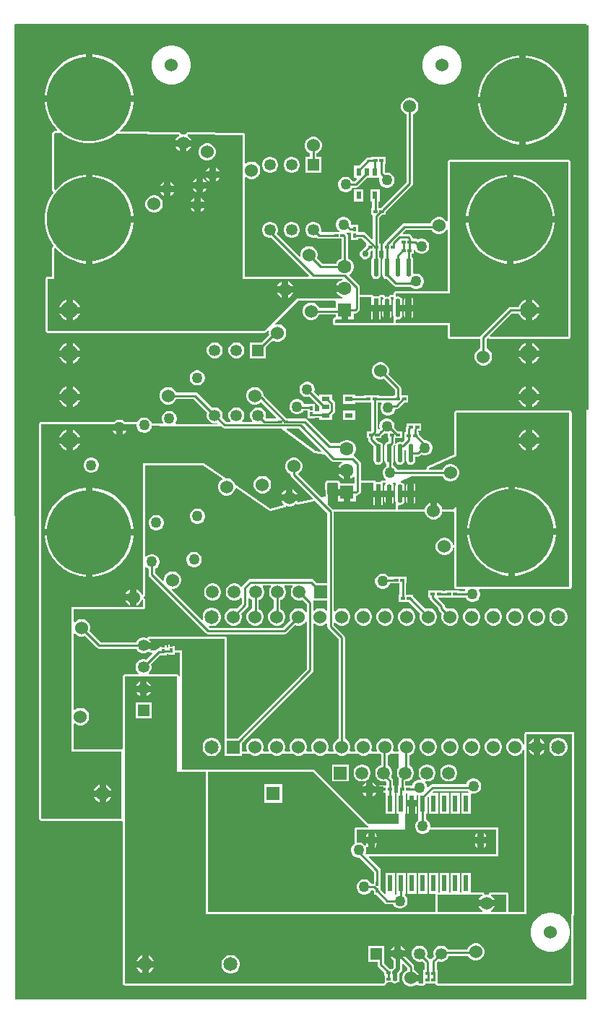
<source format=gtl>
G04*
G04 #@! TF.GenerationSoftware,Altium Limited,Altium Designer,23.4.1 (23)*
G04*
G04 Layer_Physical_Order=1*
G04 Layer_Color=255*
%FSLAX44Y44*%
%MOMM*%
G71*
G04*
G04 #@! TF.SameCoordinates,4F8EF9B8-0785-460B-A287-326F995E0807*
G04*
G04*
G04 #@! TF.FilePolarity,Positive*
G04*
G01*
G75*
%ADD14C,0.2540*%
G04:AMPARAMS|DCode=15|XSize=2.1741mm|YSize=0.5821mm|CornerRadius=0.2911mm|HoleSize=0mm|Usage=FLASHONLY|Rotation=90.000|XOffset=0mm|YOffset=0mm|HoleType=Round|Shape=RoundedRectangle|*
%AMROUNDEDRECTD15*
21,1,2.1741,0.0000,0,0,90.0*
21,1,1.5919,0.5821,0,0,90.0*
1,1,0.5821,0.0000,0.7960*
1,1,0.5821,0.0000,-0.7960*
1,1,0.5821,0.0000,-0.7960*
1,1,0.5821,0.0000,0.7960*
%
%ADD15ROUNDEDRECTD15*%
%ADD16R,0.5821X2.1741*%
%ADD17R,0.5000X0.3000*%
%ADD18R,0.6000X0.9500*%
%ADD19R,0.9500X0.6000*%
%ADD20R,0.3000X0.5000*%
%ADD21R,0.5300X1.9800*%
%ADD30C,9.9000*%
%ADD31C,1.3500*%
%ADD32R,1.3500X1.3500*%
%ADD34R,1.3500X1.3500*%
%ADD42C,0.5080*%
%ADD43C,1.5240*%
%ADD44C,2.0000*%
%ADD45C,1.6500*%
%ADD46R,1.5240X1.5240*%
%ADD47O,0.7620X1.5240*%
%ADD48C,1.5000*%
%ADD49C,1.6000*%
%ADD50R,1.6500X1.6500*%
%ADD51R,1.6000X1.6000*%
%ADD52R,1.5000X1.5000*%
%ADD53C,1.2700*%
%ADD54C,0.7620*%
G36*
X1591310Y2053590D02*
X1593850D01*
Y1602740D01*
X1591310D01*
Y912249D01*
X1590137Y911763D01*
X1590040Y911860D01*
X922020D01*
X920752Y2054468D01*
X921694Y2054859D01*
X922021Y2054860D01*
X1591310D01*
Y2053590D01*
D02*
G37*
%LPC*%
G36*
X1424651Y2029460D02*
X1420148D01*
X1415732Y2028582D01*
X1411572Y2026858D01*
X1407828Y2024357D01*
X1404644Y2021172D01*
X1402142Y2017428D01*
X1400419Y2013268D01*
X1399540Y2008851D01*
Y2004348D01*
X1400419Y1999932D01*
X1402142Y1995772D01*
X1404644Y1992028D01*
X1407828Y1988844D01*
X1411572Y1986342D01*
X1415732Y1984619D01*
X1420148Y1983740D01*
X1424651D01*
X1429068Y1984619D01*
X1433228Y1986342D01*
X1436972Y1988844D01*
X1440157Y1992028D01*
X1442658Y1995772D01*
X1444382Y1999932D01*
X1445260Y2004348D01*
Y2008851D01*
X1444382Y2013268D01*
X1442658Y2017428D01*
X1440157Y2021172D01*
X1436972Y2024357D01*
X1433228Y2026858D01*
X1429068Y2028582D01*
X1424651Y2029460D01*
D02*
G37*
G36*
X1107151D02*
X1102648D01*
X1098232Y2028582D01*
X1094072Y2026858D01*
X1090328Y2024357D01*
X1087143Y2021172D01*
X1084642Y2017428D01*
X1082918Y2013268D01*
X1082040Y2008851D01*
Y2004348D01*
X1082918Y1999932D01*
X1084642Y1995772D01*
X1087143Y1992028D01*
X1090328Y1988844D01*
X1094072Y1986342D01*
X1098232Y1984619D01*
X1102648Y1983740D01*
X1107151D01*
X1111568Y1984619D01*
X1115728Y1986342D01*
X1119472Y1988844D01*
X1122656Y1992028D01*
X1125158Y1995772D01*
X1126881Y1999932D01*
X1127760Y2004348D01*
Y2008851D01*
X1126881Y2013268D01*
X1125158Y2017428D01*
X1122656Y2021172D01*
X1119472Y2024357D01*
X1115728Y2026858D01*
X1111568Y2028582D01*
X1107151Y2029460D01*
D02*
G37*
G36*
X1012190Y2019217D02*
Y1971040D01*
X1060367D01*
X1059530Y1977404D01*
X1057764Y1983994D01*
X1055153Y1990296D01*
X1051742Y1996204D01*
X1047590Y2001616D01*
X1042766Y2006440D01*
X1037354Y2010592D01*
X1031446Y2014003D01*
X1025144Y2016614D01*
X1018554Y2018380D01*
X1012190Y2019217D01*
D02*
G37*
G36*
X1004570D02*
X998206Y2018380D01*
X991616Y2016614D01*
X985314Y2014003D01*
X979406Y2010592D01*
X973994Y2006440D01*
X969170Y2001616D01*
X965017Y1996204D01*
X961607Y1990296D01*
X958996Y1983994D01*
X957230Y1977404D01*
X956393Y1971040D01*
X1004570D01*
Y2019217D01*
D02*
G37*
G36*
X1520190Y2017948D02*
Y1969770D01*
X1568367D01*
X1567530Y1976134D01*
X1565764Y1982724D01*
X1563153Y1989026D01*
X1559742Y1994934D01*
X1555590Y2000346D01*
X1550766Y2005170D01*
X1545590Y2009141D01*
X1545354Y2009323D01*
X1539446Y2012733D01*
X1533144Y2015344D01*
X1526554Y2017110D01*
X1520190Y2017948D01*
D02*
G37*
G36*
X1512570D02*
X1506206Y2017110D01*
X1499616Y2015344D01*
X1493314Y2012733D01*
X1487406Y2009323D01*
X1481994Y2005170D01*
X1477170Y2000346D01*
X1473017Y1994934D01*
X1469607Y1989026D01*
X1466996Y1982724D01*
X1465230Y1976134D01*
X1464393Y1969770D01*
X1512570D01*
Y2017948D01*
D02*
G37*
G36*
X1568367Y1962150D02*
X1520190D01*
Y1913972D01*
X1526554Y1914810D01*
X1533144Y1916576D01*
X1539446Y1919187D01*
X1545354Y1922598D01*
X1545590Y1922779D01*
X1550766Y1926750D01*
X1555590Y1931574D01*
X1559742Y1936986D01*
X1563153Y1942894D01*
X1565764Y1949196D01*
X1567530Y1955786D01*
X1568367Y1962150D01*
D02*
G37*
G36*
X1512570D02*
X1464393D01*
X1465230Y1955786D01*
X1466996Y1949196D01*
X1469607Y1942894D01*
X1473017Y1936986D01*
X1477170Y1931574D01*
X1481994Y1926750D01*
X1487406Y1922598D01*
X1493314Y1919187D01*
X1499616Y1916576D01*
X1506206Y1914810D01*
X1512570Y1913972D01*
Y1962150D01*
D02*
G37*
G36*
X1272608Y1922780D02*
X1269932D01*
X1267348Y1922088D01*
X1265032Y1920750D01*
X1263140Y1918858D01*
X1261802Y1916542D01*
X1261110Y1913958D01*
Y1911282D01*
X1261802Y1908698D01*
X1263140Y1906382D01*
X1265032Y1904490D01*
X1267348Y1903152D01*
X1267385Y1903143D01*
Y1899050D01*
X1261980D01*
Y1880470D01*
X1280560D01*
Y1899050D01*
X1275155D01*
Y1903143D01*
X1275192Y1903152D01*
X1277508Y1904490D01*
X1279400Y1906382D01*
X1280738Y1908698D01*
X1281430Y1911282D01*
Y1913958D01*
X1280738Y1916542D01*
X1279400Y1918858D01*
X1277508Y1920750D01*
X1275192Y1922088D01*
X1272608Y1922780D01*
D02*
G37*
G36*
X1247093Y1899050D02*
X1244647D01*
X1242284Y1898417D01*
X1240166Y1897194D01*
X1238436Y1895464D01*
X1237213Y1893346D01*
X1236580Y1890983D01*
Y1888537D01*
X1237213Y1886174D01*
X1238436Y1884056D01*
X1240166Y1882326D01*
X1242284Y1881103D01*
X1244647Y1880470D01*
X1247093D01*
X1249456Y1881103D01*
X1251574Y1882326D01*
X1253304Y1884056D01*
X1254527Y1886174D01*
X1255160Y1888537D01*
Y1890983D01*
X1254527Y1893346D01*
X1253304Y1895464D01*
X1251574Y1897194D01*
X1249456Y1898417D01*
X1247093Y1899050D01*
D02*
G37*
G36*
X1221693D02*
X1219247D01*
X1216884Y1898417D01*
X1214766Y1897194D01*
X1213036Y1895464D01*
X1211813Y1893346D01*
X1211180Y1890983D01*
Y1888537D01*
X1211813Y1886174D01*
X1213036Y1884056D01*
X1214766Y1882326D01*
X1216884Y1881103D01*
X1219247Y1880470D01*
X1221693D01*
X1224056Y1881103D01*
X1226174Y1882326D01*
X1227904Y1884056D01*
X1229127Y1886174D01*
X1229760Y1888537D01*
Y1890983D01*
X1229127Y1893346D01*
X1227904Y1895464D01*
X1226174Y1897194D01*
X1224056Y1898417D01*
X1221693Y1899050D01*
D02*
G37*
G36*
X1385638Y1968500D02*
X1382962D01*
X1380378Y1967808D01*
X1378062Y1966470D01*
X1376170Y1964578D01*
X1374832Y1962262D01*
X1374140Y1959678D01*
Y1957002D01*
X1374832Y1954418D01*
X1376170Y1952102D01*
X1378062Y1950210D01*
X1380378Y1948872D01*
X1380415Y1948862D01*
Y1930400D01*
Y1869779D01*
X1349826Y1839190D01*
X1347855D01*
Y1846910D01*
X1349200D01*
Y1861490D01*
X1338120D01*
Y1846910D01*
X1340085D01*
Y1839190D01*
X1339240D01*
Y1831110D01*
X1340305D01*
X1341111Y1830128D01*
X1341045Y1829800D01*
Y1803278D01*
X1339872Y1802792D01*
X1332707Y1809957D01*
X1331447Y1810799D01*
X1329960Y1811095D01*
X1323570D01*
Y1819250D01*
X1315720D01*
Y1821080D01*
X1315114Y1823341D01*
X1313944Y1825369D01*
X1312289Y1827024D01*
X1310261Y1828194D01*
X1308000Y1828800D01*
X1305660D01*
X1303399Y1828194D01*
X1301371Y1827024D01*
X1299716Y1825369D01*
X1298546Y1823341D01*
X1297940Y1821080D01*
Y1818740D01*
X1298546Y1816479D01*
X1299716Y1814451D01*
X1301371Y1812796D01*
X1301850Y1812520D01*
X1301510Y1811250D01*
X1293520D01*
Y1811095D01*
X1281270D01*
X1280497Y1812102D01*
X1280560Y1812337D01*
Y1814783D01*
X1279927Y1817146D01*
X1278704Y1819264D01*
X1276974Y1820994D01*
X1274856Y1822217D01*
X1272493Y1822850D01*
X1270047D01*
X1267684Y1822217D01*
X1265566Y1820994D01*
X1263836Y1819264D01*
X1262613Y1817146D01*
X1261980Y1814783D01*
Y1812337D01*
X1262613Y1809974D01*
X1263836Y1807856D01*
X1265566Y1806126D01*
X1267684Y1804903D01*
X1270047Y1804270D01*
X1272493D01*
X1274856Y1804903D01*
X1274858Y1804904D01*
X1275299Y1804463D01*
X1276559Y1803621D01*
X1278046Y1803325D01*
X1293520D01*
Y1803170D01*
X1304215D01*
Y1780251D01*
X1304032Y1780202D01*
X1301628Y1778814D01*
X1299666Y1776852D01*
X1298278Y1774448D01*
X1298229Y1774265D01*
X1281769D01*
X1275639Y1780395D01*
X1275658Y1780428D01*
X1276350Y1783012D01*
Y1785688D01*
X1275658Y1788272D01*
X1274320Y1790588D01*
X1272428Y1792480D01*
X1270112Y1793818D01*
X1267528Y1794510D01*
X1264852D01*
X1262268Y1793818D01*
X1259952Y1792480D01*
X1258060Y1790588D01*
X1256722Y1788272D01*
X1256030Y1785688D01*
Y1783012D01*
X1256079Y1782828D01*
X1254941Y1782171D01*
X1228399Y1808713D01*
X1229127Y1809974D01*
X1229760Y1812337D01*
Y1814783D01*
X1229127Y1817146D01*
X1227904Y1819264D01*
X1226174Y1820994D01*
X1224056Y1822217D01*
X1221693Y1822850D01*
X1219247D01*
X1216884Y1822217D01*
X1214766Y1820994D01*
X1213036Y1819264D01*
X1211813Y1817146D01*
X1211180Y1814783D01*
Y1812337D01*
X1211813Y1809974D01*
X1213036Y1807856D01*
X1214766Y1806126D01*
X1216884Y1804903D01*
X1219247Y1804270D01*
X1221693D01*
X1221820Y1804304D01*
X1265951Y1760173D01*
X1265465Y1759000D01*
X1191310D01*
Y1874953D01*
X1192483Y1875439D01*
X1192642Y1875280D01*
X1194958Y1873942D01*
X1197542Y1873250D01*
X1200218D01*
X1202802Y1873942D01*
X1205118Y1875280D01*
X1207010Y1877172D01*
X1208348Y1879488D01*
X1209040Y1882072D01*
Y1884748D01*
X1208348Y1887332D01*
X1207010Y1889648D01*
X1205118Y1891540D01*
X1202802Y1892878D01*
X1200218Y1893570D01*
X1197542D01*
X1194958Y1892878D01*
X1192642Y1891540D01*
X1192483Y1891382D01*
X1191310Y1891868D01*
Y1924499D01*
X1191214Y1924979D01*
X1191124Y1925461D01*
X1191116Y1925475D01*
X1191113Y1925490D01*
X1190841Y1925897D01*
X1190573Y1926308D01*
X1190560Y1926317D01*
X1190551Y1926330D01*
X1190145Y1926602D01*
X1189740Y1926879D01*
X1189724Y1926883D01*
X1189711Y1926892D01*
X1189230Y1926987D01*
X1188752Y1927089D01*
X1124223Y1927876D01*
X1124047Y1927843D01*
X1123869Y1927856D01*
X1123555Y1927751D01*
X1123229Y1927691D01*
X1123080Y1927593D01*
X1122910Y1927537D01*
X1122660Y1927320D01*
X1122382Y1927139D01*
X1122281Y1926992D01*
X1122146Y1926875D01*
X1121998Y1926579D01*
X1121811Y1926306D01*
X1121787Y1926195D01*
X1121711Y1926006D01*
X1121694Y1925972D01*
X1121686Y1925945D01*
X1121315Y1925023D01*
X1120208Y1925320D01*
X1117532D01*
X1117410Y1925287D01*
X1116312Y1925925D01*
X1116275Y1926068D01*
X1116228Y1926165D01*
X1116194Y1926267D01*
X1116173Y1926375D01*
X1115985Y1926665D01*
X1115833Y1926977D01*
X1115711Y1927085D01*
X1115622Y1927222D01*
X1115337Y1927418D01*
X1115078Y1927648D01*
X1114923Y1927701D01*
X1114789Y1927794D01*
X1114450Y1927865D01*
X1114123Y1927979D01*
X1113960Y1927969D01*
X1113801Y1928003D01*
X1045240Y1928839D01*
X1044761Y1930015D01*
X1046319Y1931573D01*
X1047590Y1932844D01*
X1051742Y1938256D01*
X1055153Y1944164D01*
X1057764Y1950466D01*
X1059530Y1957056D01*
X1060367Y1963420D01*
X956393D01*
X957230Y1957056D01*
X958996Y1950466D01*
X961607Y1944164D01*
X965017Y1938256D01*
X969170Y1932844D01*
X971095Y1930919D01*
X970602Y1929749D01*
X968675Y1929772D01*
X968667Y1929771D01*
X968659Y1929773D01*
X968172Y1929679D01*
X967682Y1929588D01*
X967675Y1929583D01*
X967667Y1929582D01*
X967254Y1929310D01*
X966835Y1929036D01*
X966830Y1929030D01*
X966824Y1929025D01*
X965920Y1928133D01*
X965916Y1928126D01*
X965909Y1928122D01*
X965632Y1927708D01*
X965353Y1927296D01*
X965352Y1927288D01*
X965347Y1927281D01*
X965250Y1926794D01*
X965150Y1926306D01*
X965152Y1926298D01*
X965150Y1926290D01*
Y1860757D01*
X965167Y1860673D01*
X965156Y1860588D01*
X965265Y1860181D01*
X965347Y1859766D01*
X965395Y1859695D01*
X965417Y1859612D01*
X965674Y1859277D01*
X965909Y1858926D01*
X965980Y1858878D01*
X966032Y1858810D01*
X966122Y1858759D01*
X966469Y1857878D01*
X966522Y1857340D01*
X966477Y1857136D01*
X965017Y1855234D01*
X961607Y1849326D01*
X958996Y1843024D01*
X957230Y1836434D01*
X956340Y1829671D01*
Y1822849D01*
X957230Y1816086D01*
X958996Y1809496D01*
X961607Y1803194D01*
X965017Y1797286D01*
X966477Y1795384D01*
X966522Y1795180D01*
X966469Y1794642D01*
X966122Y1793761D01*
X966032Y1793710D01*
X965980Y1793642D01*
X965909Y1793594D01*
X965674Y1793243D01*
X965417Y1792908D01*
X965395Y1792825D01*
X965347Y1792754D01*
X965265Y1792340D01*
X965156Y1791932D01*
X965167Y1791847D01*
X965150Y1791763D01*
Y1759000D01*
X960120D01*
X959129Y1758803D01*
X958289Y1758241D01*
X957727Y1757401D01*
X957530Y1756410D01*
Y1751330D01*
Y1695450D01*
X957727Y1694459D01*
X958289Y1693619D01*
X959129Y1693057D01*
X960120Y1692860D01*
X967740D01*
X967740Y1692860D01*
X1078230Y1692860D01*
X1214120D01*
X1215111Y1693057D01*
X1215951Y1693619D01*
X1218363Y1696030D01*
X1219501Y1695373D01*
X1219200Y1694248D01*
Y1691572D01*
X1219367Y1690950D01*
X1210296Y1681880D01*
X1197210D01*
Y1681880D01*
Y1663300D01*
X1215790D01*
Y1676386D01*
X1222154Y1682750D01*
X1223795Y1684391D01*
X1225438Y1683442D01*
X1228022Y1682750D01*
X1230698D01*
X1233282Y1683442D01*
X1235598Y1684780D01*
X1237490Y1686672D01*
X1238828Y1688988D01*
X1239520Y1691572D01*
Y1694248D01*
X1238828Y1696832D01*
X1237490Y1699148D01*
X1235598Y1701040D01*
X1233282Y1702378D01*
X1230698Y1703070D01*
X1228022D01*
X1226897Y1702769D01*
X1226240Y1703907D01*
X1253293Y1730960D01*
X1296638D01*
X1297560Y1730120D01*
Y1722195D01*
X1278207D01*
X1278198Y1722232D01*
X1276860Y1724548D01*
X1274968Y1726440D01*
X1272652Y1727778D01*
X1270068Y1728470D01*
X1267392D01*
X1264808Y1727778D01*
X1262492Y1726440D01*
X1260600Y1724548D01*
X1259262Y1722232D01*
X1258570Y1719648D01*
Y1716972D01*
X1259262Y1714388D01*
X1260600Y1712072D01*
X1262492Y1710180D01*
X1264808Y1708842D01*
X1267392Y1708150D01*
X1270068D01*
X1272652Y1708842D01*
X1274968Y1710180D01*
X1276860Y1712072D01*
X1278198Y1714388D01*
X1278207Y1714425D01*
X1297560D01*
Y1712831D01*
X1297544Y1711630D01*
X1297056Y1711530D01*
X1296569Y1711433D01*
X1296562Y1711428D01*
X1296554Y1711426D01*
X1296143Y1711148D01*
X1295729Y1710871D01*
X1295724Y1710864D01*
X1295717Y1710860D01*
X1294827Y1709958D01*
X1294554Y1709544D01*
X1294277Y1709130D01*
X1294276Y1709122D01*
X1294271Y1709115D01*
X1294177Y1708627D01*
X1294080Y1708139D01*
Y1704340D01*
X1294277Y1703349D01*
X1294839Y1702509D01*
X1295679Y1701947D01*
X1296670Y1701750D01*
X1365250D01*
X1366241Y1701947D01*
X1366545Y1702150D01*
X1366849Y1701947D01*
X1367840Y1701750D01*
X1428700D01*
Y1688582D01*
X1428897Y1687591D01*
X1429459Y1686751D01*
X1430299Y1686189D01*
X1431290Y1685992D01*
X1466775Y1685992D01*
Y1682750D01*
Y1674447D01*
X1466738Y1674438D01*
X1464422Y1673100D01*
X1462530Y1671208D01*
X1461192Y1668892D01*
X1460500Y1666308D01*
Y1663632D01*
X1461192Y1661048D01*
X1462530Y1658732D01*
X1464422Y1656840D01*
X1466738Y1655502D01*
X1469322Y1654810D01*
X1471998D01*
X1474582Y1655502D01*
X1476898Y1656840D01*
X1478790Y1658732D01*
X1480128Y1661048D01*
X1480820Y1663632D01*
Y1666308D01*
X1480128Y1668892D01*
X1478790Y1671208D01*
X1476898Y1673100D01*
X1474582Y1674438D01*
X1474545Y1674447D01*
Y1682750D01*
Y1685905D01*
X1475491Y1686822D01*
X1476914Y1686751D01*
X1477754Y1686189D01*
X1478745Y1685992D01*
X1570210Y1685992D01*
X1571201Y1686189D01*
X1572042Y1686751D01*
X1572603Y1687591D01*
X1572800Y1688582D01*
Y1893032D01*
X1572603Y1894023D01*
X1572042Y1894863D01*
X1571201Y1895425D01*
X1570210Y1895622D01*
X1431290D01*
X1430299Y1895425D01*
X1429459Y1894863D01*
X1428897Y1894023D01*
X1428700Y1893032D01*
Y1823989D01*
X1427430Y1823648D01*
X1426720Y1824878D01*
X1424828Y1826770D01*
X1422512Y1828108D01*
X1419928Y1828800D01*
X1417252D01*
X1414668Y1828108D01*
X1412352Y1826770D01*
X1410460Y1824878D01*
X1409122Y1822562D01*
X1408772Y1821255D01*
X1377950D01*
X1376463Y1820959D01*
X1375203Y1820117D01*
X1354895Y1799809D01*
X1354053Y1798549D01*
X1353801Y1797280D01*
X1352590D01*
Y1789200D01*
X1353745D01*
Y1781260D01*
X1353700Y1781230D01*
X1352496Y1779427D01*
X1352073Y1777300D01*
Y1761381D01*
X1352496Y1759254D01*
X1353700Y1757451D01*
X1355503Y1756247D01*
X1357630Y1755824D01*
X1357683Y1755834D01*
X1365415Y1748102D01*
X1366675Y1747260D01*
X1368162Y1746965D01*
X1385156D01*
X1385516Y1747036D01*
X1386265Y1746288D01*
X1388292Y1745117D01*
X1390553Y1744511D01*
X1392894D01*
X1395155Y1745117D01*
X1397182Y1746288D01*
X1398837Y1747943D01*
X1400008Y1749970D01*
X1400614Y1752231D01*
Y1754572D01*
X1400008Y1756833D01*
X1398837Y1758860D01*
X1397182Y1760515D01*
X1395155Y1761685D01*
X1392894Y1762291D01*
X1390553D01*
X1389595Y1762034D01*
X1388587Y1762808D01*
Y1777300D01*
X1388164Y1779427D01*
X1386960Y1781230D01*
X1386915Y1781260D01*
Y1785390D01*
X1389030D01*
Y1790194D01*
X1390300Y1790534D01*
X1391156Y1789051D01*
X1392811Y1787396D01*
X1394839Y1786226D01*
X1397100Y1785620D01*
X1399440D01*
X1401701Y1786226D01*
X1403729Y1787396D01*
X1405384Y1789051D01*
X1406554Y1791079D01*
X1407160Y1793340D01*
Y1795680D01*
X1406554Y1797941D01*
X1405384Y1799969D01*
X1403729Y1801624D01*
X1401701Y1802794D01*
X1399440Y1803400D01*
X1397100D01*
X1394839Y1802794D01*
X1393502Y1802023D01*
X1393188Y1802337D01*
X1391927Y1803179D01*
X1390441Y1803475D01*
X1389030D01*
Y1803630D01*
X1387870D01*
X1387579Y1805095D01*
X1386737Y1806355D01*
X1385249Y1807843D01*
X1383989Y1808685D01*
X1382502Y1808981D01*
X1376714D01*
X1376228Y1810154D01*
X1379559Y1813485D01*
X1409834D01*
X1410460Y1812402D01*
X1412352Y1810510D01*
X1414668Y1809172D01*
X1417252Y1808480D01*
X1419928D01*
X1422512Y1809172D01*
X1424828Y1810510D01*
X1426720Y1812402D01*
X1427430Y1813632D01*
X1428700Y1813291D01*
X1428700Y1741816D01*
X1367790D01*
X1366799Y1741619D01*
X1365959Y1741058D01*
X1365397Y1740218D01*
X1365200Y1739227D01*
Y1737410D01*
X1362308D01*
X1362292Y1737407D01*
X1362277Y1737410D01*
X1361797Y1737308D01*
X1361317Y1737213D01*
X1361304Y1737204D01*
X1361288Y1737201D01*
X1360884Y1736924D01*
X1360477Y1736651D01*
X1360468Y1736638D01*
X1360455Y1736629D01*
X1360188Y1736219D01*
X1359915Y1735811D01*
X1358814Y1735301D01*
X1357630Y1735536D01*
X1356446Y1735301D01*
X1355345Y1735811D01*
X1355072Y1736219D01*
X1354805Y1736629D01*
X1354792Y1736638D01*
X1354783Y1736651D01*
X1354376Y1736924D01*
X1353972Y1737201D01*
X1353956Y1737204D01*
X1353943Y1737213D01*
X1353463Y1737308D01*
X1352983Y1737410D01*
X1352968Y1737407D01*
X1352952Y1737410D01*
X1350381D01*
X1349390Y1737213D01*
X1348549Y1736651D01*
X1347988Y1735811D01*
X1347912Y1735430D01*
X1341948D01*
X1341872Y1735811D01*
X1341311Y1736651D01*
X1340470Y1737213D01*
X1339479Y1737410D01*
X1325955D01*
Y1746250D01*
X1325659Y1747737D01*
X1324817Y1748997D01*
X1313595Y1760219D01*
X1313761Y1761478D01*
X1314572Y1761946D01*
X1316534Y1763908D01*
X1317922Y1766312D01*
X1318640Y1768992D01*
Y1771768D01*
X1317922Y1774448D01*
X1316534Y1776852D01*
X1314572Y1778814D01*
X1312168Y1780202D01*
X1311985Y1780251D01*
Y1805670D01*
X1311689Y1807157D01*
X1310847Y1808417D01*
X1310600Y1808664D01*
Y1810555D01*
X1310768Y1810729D01*
X1311870Y1811198D01*
X1312733Y1810621D01*
X1314220Y1810325D01*
X1315490D01*
Y1802170D01*
X1323570D01*
Y1803325D01*
X1328351D01*
X1333331Y1798345D01*
X1332890Y1797280D01*
X1332890D01*
Y1794694D01*
X1330455Y1792259D01*
X1329992Y1791566D01*
X1328633Y1791003D01*
X1326847Y1789217D01*
X1325880Y1786883D01*
Y1784357D01*
X1326847Y1782023D01*
X1328633Y1780237D01*
X1330967Y1779270D01*
X1333493D01*
X1335827Y1780237D01*
X1337613Y1782023D01*
X1338580Y1784357D01*
Y1786883D01*
X1338097Y1788049D01*
X1338963Y1789200D01*
X1341045D01*
Y1781260D01*
X1341000Y1781230D01*
X1339796Y1779427D01*
X1339373Y1777300D01*
Y1761381D01*
X1339796Y1759254D01*
X1341000Y1757451D01*
X1342803Y1756247D01*
X1344930Y1755824D01*
X1347057Y1756247D01*
X1348860Y1757451D01*
X1350064Y1759254D01*
X1350487Y1761381D01*
Y1777300D01*
X1350064Y1779427D01*
X1348860Y1781230D01*
X1348815Y1781260D01*
Y1789200D01*
X1349970D01*
Y1797280D01*
X1348815D01*
Y1828191D01*
X1351734Y1831110D01*
X1356320D01*
Y1834696D01*
X1387047Y1865423D01*
X1387889Y1866683D01*
X1388185Y1868170D01*
Y1930400D01*
Y1948862D01*
X1388222Y1948872D01*
X1390538Y1950210D01*
X1392430Y1952102D01*
X1393768Y1954418D01*
X1394460Y1957002D01*
Y1959678D01*
X1393768Y1962262D01*
X1392430Y1964578D01*
X1390538Y1966470D01*
X1388222Y1967808D01*
X1385638Y1968500D01*
D02*
G37*
G36*
X1356010Y1898880D02*
X1338930D01*
Y1898725D01*
X1336050D01*
X1334563Y1898429D01*
X1333303Y1897587D01*
X1324706Y1888990D01*
X1319120D01*
Y1874410D01*
X1321467D01*
X1321953Y1873237D01*
X1319501Y1870785D01*
X1317392D01*
X1316484Y1872359D01*
X1314829Y1874014D01*
X1312801Y1875184D01*
X1310540Y1875790D01*
X1308200D01*
X1305939Y1875184D01*
X1303911Y1874014D01*
X1302256Y1872359D01*
X1301086Y1870331D01*
X1300480Y1868070D01*
Y1865730D01*
X1301086Y1863469D01*
X1302256Y1861441D01*
X1303911Y1859786D01*
X1305939Y1858616D01*
X1308200Y1858010D01*
X1310540D01*
X1312801Y1858616D01*
X1314829Y1859786D01*
X1316484Y1861441D01*
X1317392Y1863015D01*
X1321110D01*
X1322597Y1863311D01*
X1323857Y1864153D01*
X1334114Y1874410D01*
X1348034D01*
X1348808Y1873402D01*
X1348740Y1873150D01*
Y1870810D01*
X1349346Y1868549D01*
X1350516Y1866521D01*
X1352171Y1864866D01*
X1354199Y1863696D01*
X1356460Y1863090D01*
X1358800D01*
X1361061Y1863696D01*
X1363089Y1864866D01*
X1364744Y1866521D01*
X1365914Y1868549D01*
X1366520Y1870810D01*
Y1873150D01*
X1365914Y1875411D01*
X1364744Y1877439D01*
X1363089Y1879094D01*
X1361061Y1880264D01*
X1358800Y1880870D01*
X1356460D01*
X1355884Y1880716D01*
X1354855Y1881581D01*
Y1890800D01*
X1356010D01*
Y1898880D01*
D02*
G37*
G36*
X1330200Y1861490D02*
X1319120D01*
Y1846910D01*
X1330200D01*
Y1861490D01*
D02*
G37*
G36*
X1247093Y1822850D02*
X1244647D01*
X1242284Y1822217D01*
X1240166Y1820994D01*
X1238436Y1819264D01*
X1237213Y1817146D01*
X1236580Y1814783D01*
Y1812337D01*
X1237213Y1809974D01*
X1238436Y1807856D01*
X1240166Y1806126D01*
X1242284Y1804903D01*
X1244647Y1804270D01*
X1247093D01*
X1249456Y1804903D01*
X1251574Y1806126D01*
X1253304Y1807856D01*
X1254527Y1809974D01*
X1255160Y1812337D01*
Y1814783D01*
X1254527Y1817146D01*
X1253304Y1819264D01*
X1251574Y1820994D01*
X1249456Y1822217D01*
X1247093Y1822850D01*
D02*
G37*
G36*
X1527810Y1680741D02*
Y1672590D01*
X1535961D01*
X1535685Y1673620D01*
X1534034Y1676480D01*
X1531700Y1678815D01*
X1528840Y1680465D01*
X1527810Y1680741D01*
D02*
G37*
G36*
X1520190D02*
X1519160Y1680465D01*
X1516300Y1678815D01*
X1513965Y1676480D01*
X1512315Y1673620D01*
X1512039Y1672590D01*
X1520190D01*
Y1680741D01*
D02*
G37*
G36*
X989330D02*
Y1672590D01*
X997482D01*
X997205Y1673620D01*
X995555Y1676480D01*
X993220Y1678815D01*
X990360Y1680465D01*
X989330Y1680741D01*
D02*
G37*
G36*
X981710D02*
X980680Y1680465D01*
X977820Y1678815D01*
X975486Y1676480D01*
X973835Y1673620D01*
X973559Y1672590D01*
X981710D01*
Y1680741D01*
D02*
G37*
G36*
X1182323Y1681880D02*
X1179877D01*
X1178384Y1681480D01*
X1177514Y1681247D01*
X1175396Y1680024D01*
X1173666Y1678294D01*
X1172443Y1676176D01*
X1171810Y1673813D01*
Y1671367D01*
X1172443Y1669004D01*
X1173666Y1666886D01*
X1175396Y1665156D01*
X1177514Y1663933D01*
X1179877Y1663300D01*
X1182323D01*
X1184686Y1663933D01*
X1186804Y1665156D01*
X1188534Y1666886D01*
X1189757Y1669004D01*
X1190390Y1671367D01*
Y1673813D01*
X1189757Y1676176D01*
X1188534Y1678294D01*
X1186804Y1680024D01*
X1184686Y1681247D01*
X1182323Y1681880D01*
D02*
G37*
G36*
X1156923D02*
X1154477D01*
X1152984Y1681480D01*
X1152114Y1681247D01*
X1149996Y1680024D01*
X1148266Y1678294D01*
X1147043Y1676176D01*
X1146410Y1673813D01*
Y1671367D01*
X1147043Y1669004D01*
X1148266Y1666886D01*
X1149996Y1665156D01*
X1152114Y1663933D01*
X1154477Y1663300D01*
X1156923D01*
X1159286Y1663933D01*
X1161404Y1665156D01*
X1163134Y1666886D01*
X1164357Y1669004D01*
X1164990Y1671367D01*
Y1673813D01*
X1164357Y1676176D01*
X1163134Y1678294D01*
X1161404Y1680024D01*
X1159286Y1681247D01*
X1156923Y1681880D01*
D02*
G37*
G36*
X1535961Y1664970D02*
X1527810D01*
Y1656819D01*
X1528840Y1657095D01*
X1531700Y1658746D01*
X1534034Y1661080D01*
X1535685Y1663940D01*
X1535961Y1664970D01*
D02*
G37*
G36*
X1520190D02*
X1512039D01*
X1512315Y1663940D01*
X1513965Y1661080D01*
X1516300Y1658746D01*
X1519160Y1657095D01*
X1520190Y1656819D01*
Y1664970D01*
D02*
G37*
G36*
X997482D02*
X989330D01*
Y1656819D01*
X990360Y1657095D01*
X993220Y1658746D01*
X995555Y1661080D01*
X997205Y1663940D01*
X997482Y1664970D01*
D02*
G37*
G36*
X981710D02*
X973559D01*
X973835Y1663940D01*
X975486Y1661080D01*
X977820Y1658746D01*
X980680Y1657095D01*
X981710Y1656819D01*
Y1664970D01*
D02*
G37*
G36*
X1136258Y1649041D02*
X1133917D01*
X1131656Y1648435D01*
X1129629Y1647265D01*
X1127974Y1645610D01*
X1126804Y1643582D01*
X1126198Y1641322D01*
Y1638981D01*
X1126804Y1636720D01*
X1127974Y1634693D01*
X1129629Y1633037D01*
X1131656Y1631867D01*
X1133917Y1631261D01*
X1136258D01*
X1138519Y1631867D01*
X1140546Y1633037D01*
X1142202Y1634693D01*
X1143372Y1636720D01*
X1143978Y1638981D01*
Y1641322D01*
X1143372Y1643582D01*
X1142202Y1645610D01*
X1140546Y1647265D01*
X1138519Y1648435D01*
X1136258Y1649041D01*
D02*
G37*
G36*
X1527810Y1629942D02*
Y1621790D01*
X1535961D01*
X1535685Y1622820D01*
X1534034Y1625680D01*
X1531700Y1628015D01*
X1528840Y1629665D01*
X1527810Y1629942D01*
D02*
G37*
G36*
X1520190D02*
X1519160Y1629665D01*
X1516300Y1628015D01*
X1513965Y1625680D01*
X1512315Y1622820D01*
X1512039Y1621790D01*
X1520190D01*
Y1629942D01*
D02*
G37*
G36*
X989330D02*
Y1621790D01*
X997482D01*
X997205Y1622820D01*
X995555Y1625680D01*
X993220Y1628015D01*
X990360Y1629665D01*
X989330Y1629942D01*
D02*
G37*
G36*
X981710D02*
X980680Y1629665D01*
X977820Y1628015D01*
X975486Y1625680D01*
X973835Y1622820D01*
X973559Y1621790D01*
X981710D01*
Y1629942D01*
D02*
G37*
G36*
X1351348Y1658620D02*
X1348672D01*
X1346088Y1657928D01*
X1343772Y1656590D01*
X1341880Y1654698D01*
X1340542Y1652382D01*
X1339850Y1649798D01*
Y1647122D01*
X1340542Y1644538D01*
X1341880Y1642222D01*
X1343772Y1640330D01*
X1346088Y1638992D01*
X1348672Y1638300D01*
X1351348D01*
X1353932Y1638992D01*
X1353965Y1639012D01*
X1366755Y1626221D01*
Y1619480D01*
X1365600D01*
Y1619325D01*
X1348080D01*
Y1619480D01*
X1331000D01*
Y1619300D01*
X1320470D01*
Y1620930D01*
X1305890D01*
Y1609850D01*
X1320470D01*
Y1611530D01*
X1331000D01*
Y1611400D01*
X1339155D01*
Y1602349D01*
Y1577979D01*
X1338746Y1577570D01*
X1334160D01*
Y1569490D01*
X1335315D01*
Y1568170D01*
X1335611Y1566683D01*
X1336453Y1565423D01*
X1341923Y1559953D01*
X1341913Y1559900D01*
Y1543980D01*
X1342336Y1541854D01*
X1343540Y1540051D01*
X1345343Y1538846D01*
X1347470Y1538423D01*
X1349597Y1538846D01*
X1351400Y1540051D01*
X1352604Y1541854D01*
X1353027Y1543980D01*
Y1559900D01*
X1352604Y1562026D01*
X1351400Y1563829D01*
X1349597Y1565034D01*
X1347470Y1565457D01*
X1347417Y1565446D01*
X1344547Y1568317D01*
X1345033Y1569490D01*
X1351240D01*
Y1572076D01*
X1352379Y1573215D01*
X1353193Y1573759D01*
X1354704Y1575270D01*
X1356460Y1574800D01*
X1358290D01*
Y1569490D01*
X1359445D01*
Y1565557D01*
X1359141Y1565252D01*
X1358043Y1565034D01*
X1356240Y1563829D01*
X1355036Y1562026D01*
X1354613Y1559900D01*
Y1543980D01*
X1355036Y1541854D01*
X1356240Y1540051D01*
X1356913Y1539601D01*
Y1536732D01*
X1355981Y1536194D01*
X1354326Y1534539D01*
X1353156Y1532511D01*
X1352550Y1530250D01*
Y1527910D01*
X1353156Y1525649D01*
X1354326Y1523621D01*
X1355981Y1521966D01*
X1356386Y1521733D01*
X1356474Y1521399D01*
X1356446Y1521270D01*
X1356383Y1521110D01*
X1356369Y1521088D01*
X1355464Y1520240D01*
X1352921D01*
X1351930Y1520043D01*
X1351089Y1519481D01*
X1350528Y1518641D01*
X1350406Y1518029D01*
X1344534D01*
X1344412Y1518641D01*
X1343851Y1519481D01*
X1343010Y1520043D01*
X1342019Y1520240D01*
X1327225D01*
Y1539026D01*
X1326929Y1540513D01*
X1326087Y1541773D01*
X1319523Y1548337D01*
X1319005Y1548683D01*
X1318795Y1550269D01*
X1319074Y1550548D01*
X1320462Y1552952D01*
X1321180Y1555632D01*
Y1558408D01*
X1320462Y1561088D01*
X1319074Y1563492D01*
X1317112Y1565454D01*
X1314708Y1566842D01*
X1312028Y1567560D01*
X1309252D01*
X1306572Y1566842D01*
X1304168Y1565454D01*
X1302206Y1563492D01*
X1302199Y1563480D01*
X1291894D01*
X1263857Y1591517D01*
X1262597Y1592359D01*
X1261110Y1592655D01*
X1244250D01*
Y1592810D01*
X1239664D01*
X1230125Y1602349D01*
X1212907Y1619567D01*
X1212850Y1619605D01*
Y1620588D01*
X1212158Y1623172D01*
X1210820Y1625488D01*
X1208928Y1627380D01*
X1206612Y1628718D01*
X1204028Y1629410D01*
X1201352D01*
X1198768Y1628718D01*
X1196452Y1627380D01*
X1194560Y1625488D01*
X1193222Y1623172D01*
X1192530Y1620588D01*
Y1617912D01*
X1193222Y1615328D01*
X1194560Y1613012D01*
X1196452Y1611120D01*
X1198768Y1609782D01*
X1201352Y1609090D01*
X1204028D01*
X1206612Y1609782D01*
X1208928Y1611120D01*
X1209647Y1611839D01*
X1227611Y1593875D01*
X1227179Y1592832D01*
X1227036Y1592655D01*
X1216355D01*
X1215423Y1593798D01*
X1215790Y1595167D01*
Y1597613D01*
X1215157Y1599976D01*
X1213934Y1602094D01*
X1213679Y1602349D01*
X1212204Y1603824D01*
X1210086Y1605047D01*
X1207723Y1605680D01*
X1205277D01*
X1202914Y1605047D01*
X1200796Y1603824D01*
X1199321Y1602349D01*
X1199066Y1602094D01*
X1197843Y1599976D01*
X1197210Y1597613D01*
Y1595167D01*
X1197843Y1592804D01*
X1199066Y1590686D01*
X1199637Y1590115D01*
X1199111Y1588845D01*
X1188489D01*
X1187963Y1590115D01*
X1188534Y1590686D01*
X1189757Y1592804D01*
X1190390Y1595167D01*
Y1597613D01*
X1189757Y1599976D01*
X1188534Y1602094D01*
X1188279Y1602349D01*
X1186804Y1603824D01*
X1184686Y1605047D01*
X1182323Y1605680D01*
X1179877D01*
X1177514Y1605047D01*
X1175396Y1603824D01*
X1173921Y1602349D01*
X1173666Y1602094D01*
X1172443Y1599976D01*
X1171810Y1597613D01*
Y1595167D01*
X1172443Y1592804D01*
X1173666Y1590686D01*
X1174237Y1590115D01*
X1173711Y1588845D01*
X1168739D01*
X1164446Y1593138D01*
X1164990Y1595167D01*
Y1597613D01*
X1164357Y1599976D01*
X1163134Y1602094D01*
X1162879Y1602349D01*
X1161404Y1603824D01*
X1159286Y1605047D01*
X1156923Y1605680D01*
X1154477D01*
X1152448Y1605136D01*
X1135587Y1621997D01*
X1134327Y1622839D01*
X1132840Y1623135D01*
X1110567D01*
X1110558Y1623172D01*
X1109220Y1625488D01*
X1107328Y1627380D01*
X1105012Y1628718D01*
X1102428Y1629410D01*
X1099752D01*
X1097168Y1628718D01*
X1094852Y1627380D01*
X1092960Y1625488D01*
X1091622Y1623172D01*
X1090930Y1620588D01*
Y1619625D01*
X1090855Y1619250D01*
X1090930Y1618875D01*
Y1617912D01*
X1091622Y1615328D01*
X1092960Y1613012D01*
X1094852Y1611120D01*
X1097168Y1609782D01*
X1099752Y1609090D01*
X1102428D01*
X1105012Y1609782D01*
X1107328Y1611120D01*
X1109220Y1613012D01*
X1110558Y1615328D01*
X1110567Y1615365D01*
X1131231D01*
X1146954Y1599642D01*
X1146410Y1597613D01*
Y1595167D01*
X1147043Y1592804D01*
X1148266Y1590686D01*
X1149996Y1588956D01*
X1152114Y1587733D01*
X1154477Y1587100D01*
X1156923D01*
X1158590Y1587547D01*
X1159064Y1587045D01*
X1158511Y1585780D01*
X1110215Y1586211D01*
X1109684Y1587486D01*
X1110644Y1589149D01*
X1111250Y1591410D01*
Y1593750D01*
X1110644Y1596011D01*
X1109474Y1598039D01*
X1107819Y1599694D01*
X1105791Y1600864D01*
X1103530Y1601470D01*
X1101190D01*
X1098929Y1600864D01*
X1096901Y1599694D01*
X1095246Y1598039D01*
X1094076Y1596011D01*
X1093470Y1593750D01*
Y1591410D01*
X1094076Y1589149D01*
X1094960Y1587617D01*
X1094320Y1586353D01*
X1082146Y1586461D01*
X1082140Y1586460D01*
X1082134Y1586461D01*
X1081960Y1586428D01*
X1081434Y1588391D01*
X1080264Y1590419D01*
X1078609Y1592074D01*
X1076581Y1593244D01*
X1074320Y1593850D01*
X1071980D01*
X1069719Y1593244D01*
X1067691Y1592074D01*
X1066036Y1590419D01*
X1065017Y1588654D01*
X1064842Y1588689D01*
X1064522Y1588798D01*
X1064351Y1588786D01*
X1064184Y1588820D01*
X1050113D01*
X1049399Y1589534D01*
X1047371Y1590704D01*
X1045110Y1591310D01*
X1042770D01*
X1040509Y1590704D01*
X1038481Y1589534D01*
X1037767Y1588820D01*
X952500D01*
X951509Y1588623D01*
X950669Y1588061D01*
X950107Y1587221D01*
X949910Y1586230D01*
Y1385570D01*
Y1371600D01*
Y1123950D01*
X950107Y1122959D01*
X950669Y1122119D01*
X951509Y1121557D01*
X952500Y1121360D01*
X1046480D01*
X1047700Y1120308D01*
Y930910D01*
X1047897Y929919D01*
X1048459Y929079D01*
X1049299Y928517D01*
X1050290Y928320D01*
X1354235D01*
X1354609Y928395D01*
X1354988Y928432D01*
X1355101Y928493D01*
X1355226Y928517D01*
X1355543Y928729D01*
X1355879Y928909D01*
X1355960Y929008D01*
X1356066Y929079D01*
X1356278Y929396D01*
X1356519Y929690D01*
X1357075Y930730D01*
X1357112Y930853D01*
X1357183Y930959D01*
X1357257Y931333D01*
X1357367Y931697D01*
X1358619Y931950D01*
X1363732D01*
X1364848Y931205D01*
X1366830Y930810D01*
X1368812Y931205D01*
X1369928Y931950D01*
X1371870D01*
Y935289D01*
X1372009Y935990D01*
Y941775D01*
X1373992Y943757D01*
X1375115Y945438D01*
X1375509Y947420D01*
Y953337D01*
X1376683Y953823D01*
X1381685Y948821D01*
Y946738D01*
X1381648Y946728D01*
X1379332Y945390D01*
X1377440Y943498D01*
X1376102Y941182D01*
X1375410Y938598D01*
Y935922D01*
X1376102Y933338D01*
X1377440Y931022D01*
X1379332Y929130D01*
X1381648Y927792D01*
X1384232Y927100D01*
X1386908D01*
X1389492Y927792D01*
X1391808Y929130D01*
X1392199Y929201D01*
X1393271Y929079D01*
X1393404Y928990D01*
X1393434Y928960D01*
X1393526Y928855D01*
X1393829Y928706D01*
X1394111Y928517D01*
X1394279Y928484D01*
X1394432Y928409D01*
X1394770Y928386D01*
X1395102Y928320D01*
X1399890D01*
X1400881Y928517D01*
X1401721Y929079D01*
X1402283Y929919D01*
X1402434Y930680D01*
X1414426D01*
X1414577Y929919D01*
X1415139Y929079D01*
X1415979Y928517D01*
X1416970Y928320D01*
X1573848D01*
X1574839Y928517D01*
X1575679Y929079D01*
X1576240Y929919D01*
X1576437Y930910D01*
Y1010229D01*
X1576631Y1010359D01*
X1577193Y1011199D01*
X1577390Y1012190D01*
Y1223010D01*
X1577193Y1224001D01*
X1576631Y1224841D01*
X1575791Y1225403D01*
X1574800Y1225600D01*
X1521460D01*
X1520469Y1225403D01*
X1519629Y1224841D01*
X1519067Y1224001D01*
X1518870Y1223010D01*
Y1210618D01*
X1517600Y1210450D01*
X1517268Y1211692D01*
X1515930Y1214008D01*
X1514038Y1215900D01*
X1511722Y1217238D01*
X1509138Y1217930D01*
X1506462D01*
X1503878Y1217238D01*
X1501562Y1215900D01*
X1499670Y1214008D01*
X1498332Y1211692D01*
X1497640Y1209108D01*
Y1206432D01*
X1498332Y1203848D01*
X1499670Y1201532D01*
X1501562Y1199640D01*
X1503878Y1198302D01*
X1506462Y1197610D01*
X1509138D01*
X1511722Y1198302D01*
X1514038Y1199640D01*
X1515930Y1201532D01*
X1517268Y1203848D01*
X1517600Y1205090D01*
X1518870Y1204922D01*
Y1014780D01*
X1499920D01*
Y1035050D01*
X1499723Y1036041D01*
X1499161Y1036881D01*
X1498321Y1037443D01*
X1497330Y1037640D01*
X1479732D01*
X1479565Y1037606D01*
X1479394Y1037618D01*
X1479074Y1037509D01*
X1478741Y1037443D01*
X1478599Y1037348D01*
X1478438Y1037293D01*
X1478183Y1037069D01*
X1477901Y1036881D01*
X1477806Y1036739D01*
X1477678Y1036627D01*
X1477528Y1036323D01*
X1477340Y1036041D01*
X1477321Y1035947D01*
X1476842Y1034773D01*
X1475808Y1035050D01*
X1473132D01*
X1472098Y1034773D01*
X1471619Y1035947D01*
X1471600Y1036041D01*
X1471412Y1036323D01*
X1471262Y1036627D01*
X1471134Y1036739D01*
X1471039Y1036881D01*
X1470757Y1037069D01*
X1470502Y1037293D01*
X1470341Y1037348D01*
X1470199Y1037443D01*
X1469866Y1037509D01*
X1469546Y1037618D01*
X1469375Y1037606D01*
X1469208Y1037640D01*
X1455530D01*
Y1060330D01*
X1445150D01*
Y1037640D01*
X1442830D01*
Y1060330D01*
X1432450D01*
Y1037640D01*
X1430130D01*
Y1060330D01*
X1419750D01*
Y1037640D01*
X1417430D01*
Y1060330D01*
X1407050D01*
Y1035450D01*
X1414402D01*
X1414730Y1035050D01*
Y1032510D01*
Y1014780D01*
X1148130D01*
Y1178510D01*
X1271467D01*
X1334209Y1115769D01*
X1335049Y1115207D01*
X1335540Y1115110D01*
X1335415Y1113840D01*
X1322070D01*
X1321079Y1113643D01*
X1320239Y1113081D01*
X1319677Y1112241D01*
X1319480Y1111250D01*
Y1096686D01*
X1319514Y1096519D01*
X1319502Y1096348D01*
X1319611Y1096027D01*
X1319677Y1095695D01*
X1319496Y1094803D01*
X1319187Y1094254D01*
X1319151Y1094234D01*
X1317496Y1092579D01*
X1316326Y1090551D01*
X1315720Y1088290D01*
Y1085950D01*
X1316326Y1083689D01*
X1317496Y1081661D01*
X1319151Y1080006D01*
X1321179Y1078836D01*
X1323440Y1078230D01*
X1325466D01*
X1342315Y1061381D01*
Y1052170D01*
X1342160D01*
Y1047825D01*
X1338983D01*
X1338074Y1049399D01*
X1336419Y1051054D01*
X1334391Y1052224D01*
X1332130Y1052830D01*
X1329790D01*
X1327529Y1052224D01*
X1325501Y1051054D01*
X1323846Y1049399D01*
X1322676Y1047371D01*
X1322070Y1045110D01*
Y1042770D01*
X1322676Y1040509D01*
X1323846Y1038481D01*
X1325501Y1036826D01*
X1327529Y1035656D01*
X1329790Y1035050D01*
X1332130D01*
X1334391Y1035656D01*
X1336419Y1036826D01*
X1338074Y1038481D01*
X1338983Y1040055D01*
X1340781D01*
X1342160Y1038676D01*
Y1035090D01*
X1344746D01*
X1355153Y1024683D01*
X1356413Y1023841D01*
X1357900Y1023545D01*
X1364848D01*
X1365756Y1021971D01*
X1367411Y1020316D01*
X1369439Y1019146D01*
X1371700Y1018540D01*
X1374040D01*
X1376301Y1019146D01*
X1378329Y1020316D01*
X1379984Y1021971D01*
X1381154Y1023999D01*
X1381760Y1026260D01*
Y1028600D01*
X1381154Y1030861D01*
X1379984Y1032889D01*
X1378692Y1034180D01*
X1379207Y1035450D01*
X1379330D01*
Y1060330D01*
X1368950D01*
Y1035450D01*
X1368950Y1035450D01*
X1368950D01*
X1367981Y1034874D01*
X1366981Y1035142D01*
X1366744Y1035352D01*
X1366719Y1035383D01*
X1366630Y1036410D01*
X1366630Y1036635D01*
Y1060330D01*
X1356250D01*
Y1036370D01*
X1354980Y1035844D01*
X1350240Y1040584D01*
Y1052170D01*
X1350085D01*
Y1062990D01*
X1349789Y1064477D01*
X1348947Y1065737D01*
X1336407Y1078277D01*
X1336893Y1079450D01*
X1485900D01*
X1486891Y1079647D01*
X1487731Y1080209D01*
X1488293Y1081049D01*
X1488490Y1082040D01*
Y1111250D01*
X1488293Y1112241D01*
X1487731Y1113081D01*
X1486891Y1113643D01*
X1485900Y1113840D01*
X1408468D01*
X1408430Y1113890D01*
Y1116230D01*
X1407824Y1118491D01*
X1406654Y1120519D01*
X1404999Y1122174D01*
X1403425Y1123083D01*
Y1129150D01*
X1404730D01*
Y1148536D01*
X1405877Y1149683D01*
X1407050Y1149197D01*
Y1129150D01*
X1417430D01*
Y1154030D01*
X1411883D01*
X1411397Y1155203D01*
X1412415Y1156221D01*
X1452486D01*
X1453408Y1155300D01*
X1452893Y1154030D01*
X1445150D01*
Y1129150D01*
X1455530D01*
Y1152523D01*
X1456800Y1153497D01*
X1458060Y1153160D01*
X1460400D01*
X1462661Y1153766D01*
X1464689Y1154936D01*
X1466344Y1156591D01*
X1467514Y1158619D01*
X1468120Y1160880D01*
Y1163220D01*
X1467514Y1165481D01*
X1466344Y1167509D01*
X1464689Y1169164D01*
X1462661Y1170334D01*
X1460400Y1170940D01*
X1458060D01*
X1455799Y1170334D01*
X1453771Y1169164D01*
X1452116Y1167509D01*
X1450946Y1165481D01*
X1450546Y1163991D01*
X1410806D01*
X1409319Y1163695D01*
X1408059Y1162853D01*
X1405681Y1160474D01*
X1404507Y1160960D01*
Y1161459D01*
X1403902Y1163720D01*
X1402731Y1165747D01*
X1402267Y1166212D01*
X1402924Y1167350D01*
X1403298Y1167250D01*
X1405942D01*
X1408495Y1167934D01*
X1410785Y1169256D01*
X1412654Y1171125D01*
X1413976Y1173415D01*
X1414660Y1175968D01*
Y1178612D01*
X1413976Y1181165D01*
X1412654Y1183455D01*
X1410785Y1185324D01*
X1408495Y1186646D01*
X1405942Y1187330D01*
X1403298D01*
X1400745Y1186646D01*
X1398455Y1185324D01*
X1396586Y1183455D01*
X1395264Y1181165D01*
X1394580Y1178612D01*
Y1175968D01*
X1395264Y1173415D01*
X1396586Y1171125D01*
X1397376Y1170336D01*
X1396850Y1169301D01*
X1396737Y1169178D01*
X1394447D01*
X1392186Y1168573D01*
X1390159Y1167402D01*
X1388504Y1165747D01*
X1387333Y1163720D01*
X1386967Y1162355D01*
X1382640D01*
X1382265Y1162280D01*
X1379295D01*
Y1167250D01*
X1380542D01*
X1383095Y1167934D01*
X1385385Y1169256D01*
X1387254Y1171125D01*
X1388576Y1173415D01*
X1389260Y1175968D01*
Y1178612D01*
X1388576Y1181165D01*
X1387254Y1183455D01*
X1385385Y1185324D01*
X1383895Y1186184D01*
Y1198081D01*
X1384722Y1198302D01*
X1387038Y1199640D01*
X1388930Y1201532D01*
X1390268Y1203848D01*
X1390960Y1206432D01*
Y1209108D01*
X1390268Y1211692D01*
X1388930Y1214008D01*
X1387038Y1215900D01*
X1384722Y1217238D01*
X1382138Y1217930D01*
X1379462D01*
X1376878Y1217238D01*
X1374562Y1215900D01*
X1372670Y1214008D01*
X1371332Y1211692D01*
X1370640Y1209108D01*
Y1206432D01*
X1371289Y1204010D01*
X1371086Y1203518D01*
X1370506Y1202740D01*
X1365497D01*
X1365280Y1203117D01*
X1364911Y1204010D01*
X1365560Y1206432D01*
Y1209108D01*
X1364868Y1211692D01*
X1363530Y1214008D01*
X1361638Y1215900D01*
X1359322Y1217238D01*
X1356738Y1217930D01*
X1354062D01*
X1351478Y1217238D01*
X1349162Y1215900D01*
X1347270Y1214008D01*
X1345932Y1211692D01*
X1345240Y1209108D01*
Y1206432D01*
X1345889Y1204010D01*
X1345520Y1203117D01*
X1345302Y1202740D01*
X1340098D01*
X1339880Y1203117D01*
X1339511Y1204010D01*
X1340160Y1206432D01*
Y1209108D01*
X1339468Y1211692D01*
X1338130Y1214008D01*
X1336238Y1215900D01*
X1333922Y1217238D01*
X1331338Y1217930D01*
X1328662D01*
X1326078Y1217238D01*
X1323762Y1215900D01*
X1321870Y1214008D01*
X1320532Y1211692D01*
X1319840Y1209108D01*
Y1206432D01*
X1320489Y1204010D01*
X1320120Y1203117D01*
X1319902Y1202740D01*
X1314698D01*
X1314480Y1203117D01*
X1314111Y1204010D01*
X1314760Y1206432D01*
Y1209108D01*
X1314068Y1211692D01*
X1312730Y1214008D01*
X1310838Y1215900D01*
X1308522Y1217238D01*
X1308485Y1217248D01*
Y1335730D01*
X1308189Y1337217D01*
X1307347Y1338477D01*
X1295475Y1350349D01*
Y1353268D01*
X1296745Y1353657D01*
X1298362Y1352040D01*
X1300678Y1350702D01*
X1303262Y1350010D01*
X1305938D01*
X1308522Y1350702D01*
X1310838Y1352040D01*
X1312730Y1353932D01*
X1314068Y1356248D01*
X1314760Y1358832D01*
Y1361508D01*
X1314068Y1364092D01*
X1312730Y1366408D01*
X1310838Y1368300D01*
X1308522Y1369638D01*
X1305938Y1370330D01*
X1303262D01*
X1300678Y1369638D01*
X1298362Y1368300D01*
X1296745Y1366683D01*
X1295475Y1367072D01*
Y1483310D01*
X1367790D01*
X1368781Y1483507D01*
X1369085Y1483710D01*
X1369389Y1483507D01*
X1370380Y1483310D01*
X1402080D01*
Y1483292D01*
X1402772Y1480708D01*
X1404110Y1478392D01*
X1406002Y1476500D01*
X1408318Y1475162D01*
X1410902Y1474470D01*
X1413578D01*
X1416162Y1475162D01*
X1418478Y1476500D01*
X1420370Y1478392D01*
X1421708Y1480708D01*
X1422400Y1483292D01*
Y1483310D01*
X1435100D01*
X1436320Y1482258D01*
X1436320Y1444411D01*
X1435050Y1444243D01*
X1434408Y1446642D01*
X1433070Y1448958D01*
X1431178Y1450850D01*
X1428862Y1452188D01*
X1426278Y1452880D01*
X1423602D01*
X1421018Y1452188D01*
X1418702Y1450850D01*
X1416810Y1448958D01*
X1415472Y1446642D01*
X1414780Y1444058D01*
Y1441382D01*
X1415472Y1438798D01*
X1416810Y1436482D01*
X1418702Y1434590D01*
X1421018Y1433252D01*
X1423602Y1432560D01*
X1426278D01*
X1428862Y1433252D01*
X1431178Y1434590D01*
X1433070Y1436482D01*
X1434408Y1438798D01*
X1435050Y1441197D01*
X1436320Y1441030D01*
Y1395212D01*
X1436517Y1394221D01*
X1437079Y1393381D01*
X1437919Y1392819D01*
X1438910Y1392622D01*
X1448825D01*
X1449558Y1391352D01*
X1449196Y1390725D01*
X1442370D01*
Y1390880D01*
X1425290D01*
Y1390725D01*
X1423320D01*
Y1390880D01*
X1406240D01*
Y1382800D01*
X1407395D01*
Y1382594D01*
X1407691Y1381108D01*
X1408533Y1379847D01*
X1417627Y1370753D01*
Y1370258D01*
X1417923Y1368771D01*
X1418765Y1367511D01*
X1422151Y1364125D01*
X1422132Y1364092D01*
X1421440Y1361508D01*
Y1358832D01*
X1422132Y1356248D01*
X1423470Y1353932D01*
X1425362Y1352040D01*
X1427678Y1350702D01*
X1430262Y1350010D01*
X1432938D01*
X1435522Y1350702D01*
X1437838Y1352040D01*
X1439730Y1353932D01*
X1441068Y1356248D01*
X1441760Y1358832D01*
Y1361508D01*
X1441068Y1364092D01*
X1439730Y1366408D01*
X1437838Y1368300D01*
X1435522Y1369638D01*
X1432938Y1370330D01*
X1430262D01*
X1427678Y1369638D01*
X1427645Y1369619D01*
X1425397Y1371867D01*
Y1372362D01*
X1425101Y1373849D01*
X1424259Y1375109D01*
X1417741Y1381627D01*
X1418227Y1382800D01*
X1423320D01*
Y1382955D01*
X1425290D01*
Y1382800D01*
X1442370D01*
Y1382955D01*
X1449937D01*
X1450846Y1381381D01*
X1452501Y1379726D01*
X1454529Y1378556D01*
X1456790Y1377950D01*
X1459130D01*
X1461391Y1378556D01*
X1463419Y1379726D01*
X1465074Y1381381D01*
X1466244Y1383409D01*
X1466850Y1385670D01*
Y1388010D01*
X1466244Y1390271D01*
X1465620Y1391352D01*
X1466353Y1392622D01*
X1571480Y1392622D01*
X1572471Y1392819D01*
X1573312Y1393381D01*
X1573873Y1394221D01*
X1574070Y1395212D01*
Y1599662D01*
X1573873Y1600653D01*
X1573312Y1601494D01*
X1572471Y1602055D01*
X1571480Y1602252D01*
X1438910D01*
X1437919Y1602055D01*
X1437079Y1601494D01*
X1436517Y1600653D01*
X1436320Y1599662D01*
Y1550490D01*
X1405681Y1536564D01*
X1405492Y1536427D01*
X1405278Y1536335D01*
X1405085Y1536135D01*
X1404861Y1535974D01*
X1404738Y1535776D01*
X1404576Y1535608D01*
X1404474Y1535350D01*
X1404328Y1535115D01*
X1404290Y1534885D01*
X1404205Y1534668D01*
X1404209Y1534391D01*
X1404165Y1534118D01*
X1403729Y1533426D01*
X1403244Y1532965D01*
X1369462D01*
X1368554Y1534539D01*
X1366899Y1536194D01*
X1364871Y1537364D01*
X1364682Y1537415D01*
Y1540923D01*
X1365304Y1541854D01*
X1365727Y1543980D01*
Y1559900D01*
X1365570Y1560693D01*
X1366077Y1561201D01*
X1366361Y1561626D01*
X1367557Y1561131D01*
X1367313Y1559900D01*
Y1543980D01*
X1367736Y1541854D01*
X1368940Y1540051D01*
X1370743Y1538846D01*
X1372870Y1538423D01*
X1374997Y1538846D01*
X1376800Y1540051D01*
X1378004Y1541854D01*
X1378427Y1543980D01*
Y1556043D01*
X1378743Y1556232D01*
X1380013Y1555512D01*
Y1543980D01*
X1380436Y1541854D01*
X1381640Y1540051D01*
X1383443Y1538846D01*
X1385570Y1538423D01*
X1387697Y1538846D01*
X1389500Y1540051D01*
X1390704Y1541854D01*
X1391127Y1543980D01*
Y1548055D01*
X1394062D01*
X1395548Y1548351D01*
X1396808Y1549193D01*
X1397997Y1550382D01*
X1398649Y1550006D01*
X1400910Y1549400D01*
X1403250D01*
X1405511Y1550006D01*
X1407539Y1551176D01*
X1409194Y1552831D01*
X1410364Y1554859D01*
X1410970Y1557120D01*
Y1559460D01*
X1410364Y1561721D01*
X1409194Y1563749D01*
X1407539Y1565404D01*
X1405511Y1566574D01*
X1403250Y1567180D01*
X1401914D01*
X1395380Y1573714D01*
Y1576300D01*
X1394225D01*
Y1578271D01*
X1394334Y1578380D01*
X1397920D01*
Y1586460D01*
X1380840D01*
Y1583874D01*
X1380593Y1583627D01*
X1379751Y1582367D01*
X1379455Y1580880D01*
Y1576300D01*
X1378300D01*
Y1568220D01*
X1378300Y1568220D01*
X1378300D01*
X1377814Y1567142D01*
X1375422Y1564750D01*
X1374997Y1565034D01*
X1372870Y1565457D01*
X1370743Y1565034D01*
X1368940Y1563829D01*
X1368293Y1562861D01*
X1367097Y1563357D01*
X1367215Y1563948D01*
Y1569490D01*
X1375370D01*
Y1577570D01*
X1370784D01*
X1366375Y1581979D01*
X1366520Y1582520D01*
Y1584860D01*
X1365914Y1587121D01*
X1364744Y1589149D01*
X1363089Y1590804D01*
X1361061Y1591974D01*
X1358800Y1592580D01*
X1356460D01*
X1354199Y1591974D01*
X1352171Y1590804D01*
X1350516Y1589149D01*
X1349346Y1587121D01*
X1348740Y1584860D01*
Y1582520D01*
X1349210Y1580764D01*
X1348243Y1579796D01*
X1348195Y1579764D01*
X1346925Y1580443D01*
Y1611400D01*
X1348080D01*
Y1611555D01*
X1350923D01*
X1351525Y1610285D01*
X1350616Y1608711D01*
X1350010Y1606450D01*
Y1604110D01*
X1350616Y1601849D01*
X1351786Y1599821D01*
X1353441Y1598166D01*
X1355469Y1596996D01*
X1357730Y1596390D01*
X1360070D01*
X1362331Y1596996D01*
X1364359Y1598166D01*
X1366014Y1599821D01*
X1367184Y1601849D01*
X1367584Y1603339D01*
X1368424D01*
X1369911Y1603635D01*
X1371171Y1604477D01*
X1378094Y1611400D01*
X1382680D01*
Y1619480D01*
X1374525D01*
Y1627830D01*
X1374229Y1629317D01*
X1373387Y1630577D01*
X1359458Y1644505D01*
X1359478Y1644538D01*
X1360170Y1647122D01*
Y1649798D01*
X1359478Y1652382D01*
X1358140Y1654698D01*
X1356248Y1656590D01*
X1353932Y1657928D01*
X1351348Y1658620D01*
D02*
G37*
G36*
X1535961Y1614170D02*
X1527810D01*
Y1606019D01*
X1528840Y1606295D01*
X1531700Y1607946D01*
X1534034Y1610280D01*
X1535685Y1613140D01*
X1535961Y1614170D01*
D02*
G37*
G36*
X1520190D02*
X1512039D01*
X1512315Y1613140D01*
X1513965Y1610280D01*
X1516300Y1607946D01*
X1519160Y1606295D01*
X1520190Y1606019D01*
Y1614170D01*
D02*
G37*
G36*
X997482D02*
X989330D01*
Y1606019D01*
X990360Y1606295D01*
X993220Y1607946D01*
X995555Y1610280D01*
X997205Y1613140D01*
X997482Y1614170D01*
D02*
G37*
G36*
X981710D02*
X973559D01*
X973835Y1613140D01*
X975486Y1610280D01*
X977820Y1607946D01*
X980680Y1606295D01*
X981710Y1606019D01*
Y1614170D01*
D02*
G37*
G36*
X1265093Y1635487D02*
X1262753D01*
X1260492Y1634881D01*
X1258464Y1633711D01*
X1256809Y1632056D01*
X1255639Y1630028D01*
X1255033Y1627767D01*
Y1625427D01*
X1255639Y1623165D01*
X1256809Y1621138D01*
X1258464Y1619483D01*
X1260492Y1618313D01*
X1262753Y1617707D01*
X1265093D01*
X1266849Y1618177D01*
X1278390Y1606636D01*
Y1602349D01*
Y1600910D01*
X1272770D01*
Y1602349D01*
Y1609700D01*
X1264690D01*
Y1609490D01*
X1260636D01*
X1260504Y1609981D01*
X1259334Y1612009D01*
X1257679Y1613664D01*
X1255651Y1614834D01*
X1253390Y1615440D01*
X1251050D01*
X1248789Y1614834D01*
X1246761Y1613664D01*
X1245106Y1612009D01*
X1243936Y1609981D01*
X1243330Y1607720D01*
Y1605380D01*
X1243802Y1603619D01*
X1243936Y1603119D01*
X1245106Y1601091D01*
X1246761Y1599436D01*
X1248789Y1598266D01*
X1251050Y1597660D01*
X1253390D01*
X1255651Y1598266D01*
X1257679Y1599436D01*
X1259334Y1601091D01*
X1259697Y1601720D01*
X1264690D01*
Y1592620D01*
X1272770D01*
Y1593140D01*
X1278390D01*
Y1590850D01*
X1292970D01*
Y1596436D01*
X1295607Y1599073D01*
X1296449Y1600333D01*
X1296745Y1601820D01*
Y1602349D01*
Y1609960D01*
X1296449Y1611447D01*
X1295607Y1612707D01*
X1292970Y1615344D01*
Y1620930D01*
X1278390D01*
Y1619283D01*
X1277217Y1618797D01*
X1272343Y1623671D01*
X1272813Y1625427D01*
Y1627767D01*
X1272207Y1630028D01*
X1271037Y1632056D01*
X1269382Y1633711D01*
X1267354Y1634881D01*
X1265093Y1635487D01*
D02*
G37*
G36*
X1320470Y1601930D02*
X1305890D01*
Y1590850D01*
X1320470D01*
Y1601930D01*
D02*
G37*
G36*
X1534538Y1370330D02*
X1531862D01*
X1529278Y1369638D01*
X1526962Y1368300D01*
X1525070Y1366408D01*
X1523732Y1364092D01*
X1523040Y1361508D01*
Y1358832D01*
X1523732Y1356248D01*
X1525070Y1353932D01*
X1526962Y1352040D01*
X1529278Y1350702D01*
X1531862Y1350010D01*
X1534538D01*
X1537122Y1350702D01*
X1539438Y1352040D01*
X1541330Y1353932D01*
X1542668Y1356248D01*
X1543360Y1358832D01*
Y1361508D01*
X1542668Y1364092D01*
X1541330Y1366408D01*
X1539438Y1368300D01*
X1537122Y1369638D01*
X1534538Y1370330D01*
D02*
G37*
G36*
X1509138D02*
X1506462D01*
X1503878Y1369638D01*
X1501562Y1368300D01*
X1499670Y1366408D01*
X1498332Y1364092D01*
X1497640Y1361508D01*
Y1358832D01*
X1498332Y1356248D01*
X1499670Y1353932D01*
X1501562Y1352040D01*
X1503878Y1350702D01*
X1506462Y1350010D01*
X1509138D01*
X1511722Y1350702D01*
X1514038Y1352040D01*
X1515930Y1353932D01*
X1517268Y1356248D01*
X1517960Y1358832D01*
Y1361508D01*
X1517268Y1364092D01*
X1515930Y1366408D01*
X1514038Y1368300D01*
X1511722Y1369638D01*
X1509138Y1370330D01*
D02*
G37*
G36*
X1483738D02*
X1481062D01*
X1478478Y1369638D01*
X1476162Y1368300D01*
X1474270Y1366408D01*
X1472932Y1364092D01*
X1472240Y1361508D01*
Y1358832D01*
X1472932Y1356248D01*
X1474270Y1353932D01*
X1476162Y1352040D01*
X1478478Y1350702D01*
X1481062Y1350010D01*
X1483738D01*
X1486322Y1350702D01*
X1488638Y1352040D01*
X1490530Y1353932D01*
X1491868Y1356248D01*
X1492560Y1358832D01*
Y1361508D01*
X1491868Y1364092D01*
X1490530Y1366408D01*
X1488638Y1368300D01*
X1486322Y1369638D01*
X1483738Y1370330D01*
D02*
G37*
G36*
X1458338D02*
X1455662D01*
X1453078Y1369638D01*
X1450762Y1368300D01*
X1448870Y1366408D01*
X1447532Y1364092D01*
X1446840Y1361508D01*
Y1358832D01*
X1447532Y1356248D01*
X1448870Y1353932D01*
X1450762Y1352040D01*
X1453078Y1350702D01*
X1455662Y1350010D01*
X1458338D01*
X1460922Y1350702D01*
X1463238Y1352040D01*
X1465130Y1353932D01*
X1466468Y1356248D01*
X1467160Y1358832D01*
Y1361508D01*
X1466468Y1364092D01*
X1465130Y1366408D01*
X1463238Y1368300D01*
X1460922Y1369638D01*
X1458338Y1370330D01*
D02*
G37*
G36*
X1353811Y1410880D02*
X1351470D01*
X1349209Y1410274D01*
X1347182Y1409104D01*
X1345526Y1407448D01*
X1344356Y1405421D01*
X1343750Y1403160D01*
Y1400819D01*
X1344356Y1398558D01*
X1345526Y1396531D01*
X1347182Y1394876D01*
X1349209Y1393706D01*
X1351470Y1393100D01*
X1353811D01*
X1356072Y1393706D01*
X1358099Y1394876D01*
X1359754Y1396531D01*
X1360924Y1398558D01*
X1361106Y1399235D01*
X1368490D01*
X1368865Y1399310D01*
X1372145D01*
Y1385800D01*
X1370990D01*
Y1377720D01*
X1383156D01*
X1396752Y1364125D01*
X1396732Y1364092D01*
X1396040Y1361508D01*
Y1358832D01*
X1396732Y1356248D01*
X1398070Y1353932D01*
X1399962Y1352040D01*
X1402278Y1350702D01*
X1404862Y1350010D01*
X1407538D01*
X1410122Y1350702D01*
X1412438Y1352040D01*
X1414330Y1353932D01*
X1415668Y1356248D01*
X1416360Y1358832D01*
Y1361508D01*
X1415668Y1364092D01*
X1414330Y1366408D01*
X1412438Y1368300D01*
X1410122Y1369638D01*
X1407538Y1370330D01*
X1404862D01*
X1402278Y1369638D01*
X1402245Y1369619D01*
X1388070Y1383794D01*
Y1385800D01*
X1384498D01*
X1384123Y1385875D01*
X1383748Y1385800D01*
X1379915D01*
Y1399310D01*
X1380760D01*
Y1407390D01*
X1363680D01*
Y1407005D01*
X1360010D01*
X1359754Y1407448D01*
X1358099Y1409104D01*
X1356072Y1410274D01*
X1353811Y1410880D01*
D02*
G37*
G36*
X1382138Y1370330D02*
X1379462D01*
X1376878Y1369638D01*
X1374562Y1368300D01*
X1372670Y1366408D01*
X1371332Y1364092D01*
X1370640Y1361508D01*
Y1358832D01*
X1371332Y1356248D01*
X1372670Y1353932D01*
X1374562Y1352040D01*
X1376878Y1350702D01*
X1379462Y1350010D01*
X1382138D01*
X1384722Y1350702D01*
X1387038Y1352040D01*
X1388930Y1353932D01*
X1390268Y1356248D01*
X1390960Y1358832D01*
Y1361508D01*
X1390268Y1364092D01*
X1388930Y1366408D01*
X1387038Y1368300D01*
X1384722Y1369638D01*
X1382138Y1370330D01*
D02*
G37*
G36*
X1356738D02*
X1354062D01*
X1351478Y1369638D01*
X1349162Y1368300D01*
X1347270Y1366408D01*
X1345932Y1364092D01*
X1345240Y1361508D01*
Y1358832D01*
X1345932Y1356248D01*
X1347270Y1353932D01*
X1349162Y1352040D01*
X1351478Y1350702D01*
X1354062Y1350010D01*
X1356738D01*
X1359322Y1350702D01*
X1361638Y1352040D01*
X1363530Y1353932D01*
X1364868Y1356248D01*
X1365560Y1358832D01*
Y1361508D01*
X1364868Y1364092D01*
X1363530Y1366408D01*
X1361638Y1368300D01*
X1359322Y1369638D01*
X1356738Y1370330D01*
D02*
G37*
G36*
X1331338D02*
X1328662D01*
X1326078Y1369638D01*
X1323762Y1368300D01*
X1321870Y1366408D01*
X1320532Y1364092D01*
X1319840Y1361508D01*
Y1358832D01*
X1320532Y1356248D01*
X1321870Y1353932D01*
X1323762Y1352040D01*
X1326078Y1350702D01*
X1328662Y1350010D01*
X1331338D01*
X1333922Y1350702D01*
X1336238Y1352040D01*
X1338130Y1353932D01*
X1339468Y1356248D01*
X1340160Y1358832D01*
Y1361508D01*
X1339468Y1364092D01*
X1338130Y1366408D01*
X1336238Y1368300D01*
X1333922Y1369638D01*
X1331338Y1370330D01*
D02*
G37*
G36*
X1560020Y1370960D02*
X1557180D01*
X1554435Y1370225D01*
X1551975Y1368804D01*
X1549966Y1366795D01*
X1548545Y1364335D01*
X1547810Y1361591D01*
Y1358750D01*
X1548545Y1356005D01*
X1549966Y1353545D01*
X1551975Y1351536D01*
X1554435Y1350115D01*
X1557180Y1349380D01*
X1560020D01*
X1562765Y1350115D01*
X1565225Y1351536D01*
X1567234Y1353545D01*
X1568655Y1356005D01*
X1569390Y1358750D01*
Y1361591D01*
X1568655Y1364335D01*
X1567234Y1366795D01*
X1565225Y1368804D01*
X1562765Y1370225D01*
X1560020Y1370960D01*
D02*
G37*
G36*
X1483738Y1217930D02*
X1481062D01*
X1478478Y1217238D01*
X1476162Y1215900D01*
X1474270Y1214008D01*
X1472932Y1211692D01*
X1472240Y1209108D01*
Y1206432D01*
X1472932Y1203848D01*
X1474270Y1201532D01*
X1476162Y1199640D01*
X1478478Y1198302D01*
X1481062Y1197610D01*
X1483738D01*
X1486322Y1198302D01*
X1488638Y1199640D01*
X1490530Y1201532D01*
X1491868Y1203848D01*
X1492560Y1206432D01*
Y1209108D01*
X1491868Y1211692D01*
X1490530Y1214008D01*
X1488638Y1215900D01*
X1486322Y1217238D01*
X1483738Y1217930D01*
D02*
G37*
G36*
X1458338D02*
X1455662D01*
X1453078Y1217238D01*
X1450762Y1215900D01*
X1448870Y1214008D01*
X1447532Y1211692D01*
X1446840Y1209108D01*
Y1206432D01*
X1447532Y1203848D01*
X1448870Y1201532D01*
X1450762Y1199640D01*
X1453078Y1198302D01*
X1455662Y1197610D01*
X1458338D01*
X1460922Y1198302D01*
X1463238Y1199640D01*
X1465130Y1201532D01*
X1466468Y1203848D01*
X1467160Y1206432D01*
Y1209108D01*
X1466468Y1211692D01*
X1465130Y1214008D01*
X1463238Y1215900D01*
X1460922Y1217238D01*
X1458338Y1217930D01*
D02*
G37*
G36*
X1432938D02*
X1430262D01*
X1427678Y1217238D01*
X1425362Y1215900D01*
X1423470Y1214008D01*
X1422132Y1211692D01*
X1421440Y1209108D01*
Y1206432D01*
X1422132Y1203848D01*
X1423470Y1201532D01*
X1425362Y1199640D01*
X1427678Y1198302D01*
X1430262Y1197610D01*
X1432938D01*
X1435522Y1198302D01*
X1437838Y1199640D01*
X1439730Y1201532D01*
X1441068Y1203848D01*
X1441760Y1206432D01*
Y1209108D01*
X1441068Y1211692D01*
X1439730Y1214008D01*
X1437838Y1215900D01*
X1435522Y1217238D01*
X1432938Y1217930D01*
D02*
G37*
G36*
X1407538D02*
X1404862D01*
X1402278Y1217238D01*
X1399962Y1215900D01*
X1398070Y1214008D01*
X1396732Y1211692D01*
X1396040Y1209108D01*
Y1206432D01*
X1396732Y1203848D01*
X1398070Y1201532D01*
X1399962Y1199640D01*
X1402278Y1198302D01*
X1404862Y1197610D01*
X1407538D01*
X1410122Y1198302D01*
X1412438Y1199640D01*
X1414330Y1201532D01*
X1415668Y1203848D01*
X1416360Y1206432D01*
Y1209108D01*
X1415668Y1211692D01*
X1414330Y1214008D01*
X1412438Y1215900D01*
X1410122Y1217238D01*
X1407538Y1217930D01*
D02*
G37*
G36*
X1431342Y1187330D02*
X1428698D01*
X1426145Y1186646D01*
X1423855Y1185324D01*
X1421986Y1183455D01*
X1420664Y1181165D01*
X1419980Y1178612D01*
Y1175968D01*
X1420664Y1173415D01*
X1421986Y1171125D01*
X1423855Y1169256D01*
X1426145Y1167934D01*
X1428698Y1167250D01*
X1431342D01*
X1433895Y1167934D01*
X1436185Y1169256D01*
X1438054Y1171125D01*
X1439376Y1173415D01*
X1440060Y1175968D01*
Y1178612D01*
X1439376Y1181165D01*
X1438054Y1183455D01*
X1436185Y1185324D01*
X1433895Y1186646D01*
X1431342Y1187330D01*
D02*
G37*
G36*
X1235070Y1163950D02*
X1213490D01*
Y1142370D01*
X1235070D01*
Y1163950D01*
D02*
G37*
G36*
X1442830Y1154030D02*
X1432450D01*
Y1129150D01*
X1442830D01*
Y1154030D01*
D02*
G37*
G36*
X1430130D02*
X1419750D01*
Y1129150D01*
X1430130D01*
Y1154030D01*
D02*
G37*
G36*
X1404730Y1060330D02*
X1394350D01*
Y1035450D01*
X1404730D01*
Y1060330D01*
D02*
G37*
G36*
X1392030D02*
X1381650D01*
Y1035450D01*
X1392030D01*
Y1060330D01*
D02*
G37*
%LPD*%
G36*
X975189Y1927103D02*
X979406Y1923867D01*
X985314Y1920457D01*
X991616Y1917846D01*
X998206Y1916080D01*
X1004969Y1915190D01*
X1011791D01*
X1018554Y1916080D01*
X1025144Y1917846D01*
X1031446Y1920457D01*
X1037354Y1923867D01*
X1040532Y1926306D01*
X1113769Y1925413D01*
X1114102Y1924139D01*
X1112632Y1923290D01*
X1110740Y1921398D01*
X1109402Y1919082D01*
X1109372Y1918970D01*
X1118870D01*
X1128367D01*
X1128338Y1919082D01*
X1127000Y1921398D01*
X1125108Y1923290D01*
X1123844Y1924020D01*
X1124191Y1925286D01*
X1188720Y1924499D01*
Y1884748D01*
Y1882072D01*
Y1756410D01*
X1271022D01*
X1271398Y1756335D01*
X1304848D01*
X1305016Y1755065D01*
X1304032Y1754802D01*
X1301628Y1753414D01*
X1299666Y1751452D01*
X1298278Y1749048D01*
X1298209Y1748790D01*
X1308100D01*
Y1741170D01*
X1298209D01*
X1298278Y1740912D01*
X1299666Y1738508D01*
X1301628Y1736546D01*
X1304032Y1735158D01*
X1305294Y1734820D01*
X1305127Y1733550D01*
X1252220D01*
X1214120Y1695450D01*
X1078230D01*
X967740Y1695450D01*
Y1695450D01*
X960120D01*
Y1751330D01*
Y1756410D01*
X967740D01*
Y1791763D01*
X968943Y1792171D01*
X969170Y1791874D01*
X973994Y1787050D01*
X979406Y1782897D01*
X985314Y1779487D01*
X991616Y1776876D01*
X998206Y1775110D01*
X1004570Y1774272D01*
Y1826260D01*
Y1878248D01*
X998206Y1877410D01*
X991616Y1875644D01*
X985314Y1873033D01*
X979406Y1869622D01*
X973994Y1865470D01*
X969170Y1860646D01*
X968943Y1860349D01*
X967740Y1860757D01*
Y1926290D01*
X968643Y1927183D01*
X975189Y1927103D01*
D02*
G37*
G36*
X1365250Y1732187D02*
X1365196Y1732106D01*
X1364773Y1729979D01*
Y1714060D01*
X1365196Y1711933D01*
X1365250Y1711852D01*
Y1704340D01*
X1296670D01*
Y1708139D01*
X1297560Y1709040D01*
X1304290D01*
Y1719580D01*
X1311910D01*
Y1709040D01*
X1318640D01*
Y1715695D01*
X1320582D01*
X1322069Y1715991D01*
X1323329Y1716833D01*
X1324817Y1718321D01*
X1325659Y1719581D01*
X1325955Y1721068D01*
Y1734820D01*
X1339479D01*
Y1725829D01*
X1344930D01*
X1350381D01*
Y1734820D01*
X1352952D01*
X1353461Y1733550D01*
X1352496Y1732106D01*
X1352073Y1729979D01*
Y1725829D01*
X1357630D01*
X1363187D01*
Y1729979D01*
X1362764Y1732106D01*
X1361799Y1733550D01*
X1362308Y1734820D01*
X1365250D01*
Y1732187D01*
D02*
G37*
G36*
X1570210Y1688582D02*
X1478745Y1688582D01*
X1478259Y1689755D01*
X1504199Y1715695D01*
X1512059D01*
X1512315Y1714740D01*
X1513965Y1711880D01*
X1516300Y1709545D01*
X1519160Y1707895D01*
X1520190Y1707619D01*
Y1719580D01*
Y1731541D01*
X1519160Y1731265D01*
X1516300Y1729615D01*
X1513965Y1727280D01*
X1512315Y1724420D01*
X1512059Y1723465D01*
X1502590D01*
X1501103Y1723169D01*
X1499843Y1722327D01*
X1481856Y1704340D01*
X1467913Y1690397D01*
X1467071Y1689137D01*
X1466961Y1688582D01*
X1431290Y1688582D01*
Y1704340D01*
X1367840D01*
Y1707757D01*
X1369110Y1708745D01*
X1370330Y1708502D01*
X1372457Y1708925D01*
X1374260Y1710130D01*
X1375464Y1711933D01*
X1375887Y1714060D01*
Y1718209D01*
X1370330D01*
Y1725829D01*
X1375887D01*
Y1729979D01*
X1375464Y1732106D01*
X1374260Y1733909D01*
X1372457Y1735113D01*
X1370330Y1735536D01*
X1369060Y1735284D01*
X1367790Y1736248D01*
Y1739227D01*
X1431290D01*
X1431290Y1893032D01*
X1570210D01*
Y1688582D01*
D02*
G37*
%LPC*%
G36*
X1128367Y1911350D02*
X1122680D01*
Y1905663D01*
X1122792Y1905692D01*
X1125108Y1907030D01*
X1127000Y1908922D01*
X1128338Y1911238D01*
X1128367Y1911350D01*
D02*
G37*
G36*
X1115060D02*
X1109372D01*
X1109402Y1911238D01*
X1110740Y1908922D01*
X1112632Y1907030D01*
X1114948Y1905692D01*
X1115060Y1905663D01*
Y1911350D01*
D02*
G37*
G36*
X1148148Y1915160D02*
X1145472D01*
X1142888Y1914468D01*
X1140572Y1913130D01*
X1138680Y1911238D01*
X1137342Y1908922D01*
X1136650Y1906338D01*
Y1903662D01*
X1137342Y1901078D01*
X1138680Y1898762D01*
X1140572Y1896870D01*
X1142888Y1895532D01*
X1145472Y1894840D01*
X1148148D01*
X1150732Y1895532D01*
X1153048Y1896870D01*
X1154940Y1898762D01*
X1156278Y1901078D01*
X1156970Y1903662D01*
Y1906338D01*
X1156278Y1908922D01*
X1154940Y1911238D01*
X1153048Y1913130D01*
X1150732Y1914468D01*
X1148148Y1915160D01*
D02*
G37*
G36*
X1156970Y1886396D02*
Y1882140D01*
X1161226D01*
X1160274Y1883789D01*
X1158619Y1885444D01*
X1156970Y1886396D01*
D02*
G37*
G36*
X1149350D02*
X1147701Y1885444D01*
X1146046Y1883789D01*
X1145094Y1882140D01*
X1149350D01*
Y1886396D01*
D02*
G37*
G36*
X1161226Y1874520D02*
X1156970D01*
Y1870264D01*
X1158619Y1871216D01*
X1160274Y1872871D01*
X1161226Y1874520D01*
D02*
G37*
G36*
X1149350D02*
X1145094D01*
X1146046Y1872871D01*
X1147701Y1871216D01*
X1149350Y1870264D01*
Y1874520D01*
D02*
G37*
G36*
X1141730Y1873696D02*
Y1869440D01*
X1145986D01*
X1145034Y1871089D01*
X1143379Y1872744D01*
X1141730Y1873696D01*
D02*
G37*
G36*
X1134110D02*
X1132461Y1872744D01*
X1130806Y1871089D01*
X1129854Y1869440D01*
X1134110D01*
Y1873696D01*
D02*
G37*
G36*
X1103630Y1869886D02*
Y1865630D01*
X1107886D01*
X1106934Y1867279D01*
X1105279Y1868934D01*
X1103630Y1869886D01*
D02*
G37*
G36*
X1096010D02*
X1094361Y1868934D01*
X1092706Y1867279D01*
X1091754Y1865630D01*
X1096010D01*
Y1869886D01*
D02*
G37*
G36*
X1145986Y1861820D02*
X1141730D01*
Y1857564D01*
X1143379Y1858516D01*
X1145034Y1860171D01*
X1145986Y1861820D01*
D02*
G37*
G36*
X1134110D02*
X1129854D01*
X1130806Y1860171D01*
X1132461Y1858516D01*
X1134110Y1857564D01*
Y1861820D01*
D02*
G37*
G36*
X1107886Y1858010D02*
X1103630D01*
Y1853754D01*
X1105279Y1854706D01*
X1106934Y1856361D01*
X1107886Y1858010D01*
D02*
G37*
G36*
X1096010D02*
X1091754D01*
X1092706Y1856361D01*
X1094361Y1854706D01*
X1096010Y1853754D01*
Y1858010D01*
D02*
G37*
G36*
X1139190Y1850836D02*
Y1846580D01*
X1143446D01*
X1142494Y1848229D01*
X1140839Y1849884D01*
X1139190Y1850836D01*
D02*
G37*
G36*
X1131570D02*
X1129921Y1849884D01*
X1128266Y1848229D01*
X1127314Y1846580D01*
X1131570D01*
Y1850836D01*
D02*
G37*
G36*
X1143446Y1838960D02*
X1139190D01*
Y1834704D01*
X1140839Y1835656D01*
X1142494Y1837311D01*
X1143446Y1838960D01*
D02*
G37*
G36*
X1131570D02*
X1127314D01*
X1128266Y1837311D01*
X1129921Y1835656D01*
X1131570Y1834704D01*
Y1838960D01*
D02*
G37*
G36*
X1085918Y1854200D02*
X1083242D01*
X1080658Y1853508D01*
X1078342Y1852170D01*
X1076450Y1850278D01*
X1075112Y1847962D01*
X1074420Y1845378D01*
Y1842702D01*
X1075112Y1840118D01*
X1076450Y1837802D01*
X1078342Y1835910D01*
X1080658Y1834572D01*
X1083242Y1833880D01*
X1085918D01*
X1088502Y1834572D01*
X1090818Y1835910D01*
X1092710Y1837802D01*
X1094048Y1840118D01*
X1094740Y1842702D01*
Y1845378D01*
X1094048Y1847962D01*
X1092710Y1850278D01*
X1090818Y1852170D01*
X1088502Y1853508D01*
X1085918Y1854200D01*
D02*
G37*
G36*
X1012190Y1878248D02*
Y1830070D01*
X1060367D01*
X1059530Y1836434D01*
X1057764Y1843024D01*
X1055153Y1849326D01*
X1051742Y1855234D01*
X1047590Y1860646D01*
X1042766Y1865470D01*
X1037354Y1869622D01*
X1031446Y1873033D01*
X1025144Y1875644D01*
X1018554Y1877410D01*
X1012190Y1878248D01*
D02*
G37*
G36*
X1060367Y1822450D02*
X1012190D01*
Y1774272D01*
X1018554Y1775110D01*
X1025144Y1776876D01*
X1031446Y1779487D01*
X1037354Y1782897D01*
X1042766Y1787050D01*
X1047590Y1791874D01*
X1051742Y1797286D01*
X1055153Y1803194D01*
X1057764Y1809496D01*
X1059530Y1816086D01*
X1060367Y1822450D01*
D02*
G37*
G36*
X1242060Y1753208D02*
Y1747520D01*
X1247747D01*
X1247718Y1747632D01*
X1246380Y1749948D01*
X1244488Y1751840D01*
X1242172Y1753178D01*
X1242060Y1753208D01*
D02*
G37*
G36*
X1234440D02*
X1234328Y1753178D01*
X1232012Y1751840D01*
X1230120Y1749948D01*
X1228782Y1747632D01*
X1228753Y1747520D01*
X1234440D01*
Y1753208D01*
D02*
G37*
G36*
X1247747Y1739900D02*
X1242060D01*
Y1734212D01*
X1242172Y1734242D01*
X1244488Y1735580D01*
X1246380Y1737472D01*
X1247718Y1739788D01*
X1247747Y1739900D01*
D02*
G37*
G36*
X1234440D02*
X1228753D01*
X1228782Y1739788D01*
X1230120Y1737472D01*
X1232012Y1735580D01*
X1234328Y1734242D01*
X1234440Y1734212D01*
Y1739900D01*
D02*
G37*
G36*
X989330Y1731541D02*
Y1723390D01*
X997482D01*
X997205Y1724420D01*
X995555Y1727280D01*
X993220Y1729615D01*
X990360Y1731265D01*
X989330Y1731541D01*
D02*
G37*
G36*
X981710D02*
X980680Y1731265D01*
X977820Y1729615D01*
X975486Y1727280D01*
X973835Y1724420D01*
X973559Y1723390D01*
X981710D01*
Y1731541D01*
D02*
G37*
G36*
X997482Y1715770D02*
X989330D01*
Y1707619D01*
X990360Y1707895D01*
X993220Y1709545D01*
X995555Y1711880D01*
X997205Y1714740D01*
X997482Y1715770D01*
D02*
G37*
G36*
X981710D02*
X973559D01*
X973835Y1714740D01*
X975486Y1711880D01*
X977820Y1709545D01*
X980680Y1707895D01*
X981710Y1707619D01*
Y1715770D01*
D02*
G37*
G36*
X1363187Y1718209D02*
X1361440D01*
Y1710050D01*
X1361560Y1710130D01*
X1362764Y1711933D01*
X1363187Y1714060D01*
Y1718209D01*
D02*
G37*
G36*
X1353820D02*
X1352073D01*
Y1714060D01*
X1352496Y1711933D01*
X1353700Y1710130D01*
X1353820Y1710050D01*
Y1718209D01*
D02*
G37*
G36*
X1350381D02*
X1348740D01*
Y1708609D01*
X1350381D01*
Y1718209D01*
D02*
G37*
G36*
X1341120D02*
X1339479D01*
Y1708609D01*
X1341120D01*
Y1718209D01*
D02*
G37*
G36*
X1506220Y1878248D02*
Y1830070D01*
X1554397D01*
X1553560Y1836434D01*
X1551794Y1843024D01*
X1549183Y1849326D01*
X1545773Y1855234D01*
X1541620Y1860646D01*
X1536796Y1865470D01*
X1531384Y1869622D01*
X1525476Y1873033D01*
X1519174Y1875644D01*
X1512584Y1877410D01*
X1506220Y1878248D01*
D02*
G37*
G36*
X1498600D02*
X1492236Y1877410D01*
X1485646Y1875644D01*
X1479344Y1873033D01*
X1473436Y1869622D01*
X1468024Y1865470D01*
X1463200Y1860646D01*
X1459048Y1855234D01*
X1455637Y1849326D01*
X1453026Y1843024D01*
X1451260Y1836434D01*
X1450423Y1830070D01*
X1498600D01*
Y1878248D01*
D02*
G37*
G36*
X1554397Y1822450D02*
X1506220D01*
Y1774272D01*
X1512584Y1775110D01*
X1519174Y1776876D01*
X1525476Y1779487D01*
X1531384Y1782897D01*
X1536796Y1787050D01*
X1541620Y1791874D01*
X1545773Y1797286D01*
X1549183Y1803194D01*
X1551794Y1809496D01*
X1553560Y1816086D01*
X1554397Y1822450D01*
D02*
G37*
G36*
X1498600D02*
X1450423D01*
X1451260Y1816086D01*
X1453026Y1809496D01*
X1455637Y1803194D01*
X1459048Y1797286D01*
X1463200Y1791874D01*
X1468024Y1787050D01*
X1473436Y1782897D01*
X1479344Y1779487D01*
X1485646Y1776876D01*
X1492236Y1775110D01*
X1498600Y1774272D01*
Y1822450D01*
D02*
G37*
G36*
X1386840Y1733989D02*
Y1725829D01*
X1388587D01*
Y1729979D01*
X1388164Y1732106D01*
X1386960Y1733909D01*
X1386840Y1733989D01*
D02*
G37*
G36*
X1379220Y1733989D02*
X1379100Y1733909D01*
X1377896Y1732106D01*
X1377473Y1729979D01*
Y1725829D01*
X1379220D01*
Y1733989D01*
D02*
G37*
G36*
X1527810Y1731541D02*
Y1723390D01*
X1535961D01*
X1535685Y1724420D01*
X1534034Y1727280D01*
X1531700Y1729615D01*
X1528840Y1731265D01*
X1527810Y1731541D01*
D02*
G37*
G36*
X1388587Y1718209D02*
X1386840D01*
Y1710050D01*
X1386960Y1710130D01*
X1388164Y1711933D01*
X1388587Y1714060D01*
Y1718209D01*
D02*
G37*
G36*
X1379220D02*
X1377473D01*
Y1714060D01*
X1377896Y1711933D01*
X1379100Y1710130D01*
X1379220Y1710050D01*
Y1718209D01*
D02*
G37*
G36*
X1535961Y1715770D02*
X1527810D01*
Y1707619D01*
X1528840Y1707895D01*
X1531700Y1709545D01*
X1534034Y1711880D01*
X1535685Y1714740D01*
X1535961Y1715770D01*
D02*
G37*
%LPD*%
G36*
X1280533Y1554964D02*
X1279990Y1553815D01*
X1273513Y1554447D01*
X1239616Y1579870D01*
X1240017Y1581075D01*
X1254421D01*
X1280533Y1554964D01*
D02*
G37*
G36*
X1571480Y1395212D02*
X1461064Y1395212D01*
X1459130Y1395730D01*
X1456790D01*
X1454856Y1395212D01*
X1438910D01*
Y1489710D01*
X1435100Y1485900D01*
X1422400D01*
Y1485968D01*
X1421708Y1488552D01*
X1420370Y1490868D01*
X1418478Y1492760D01*
X1416162Y1494098D01*
X1416050Y1494128D01*
Y1484630D01*
X1408430D01*
Y1494128D01*
X1408318Y1494098D01*
X1406002Y1492760D01*
X1404110Y1490868D01*
X1402772Y1488552D01*
X1402080Y1485968D01*
Y1485900D01*
X1370380D01*
Y1490356D01*
X1371650Y1491344D01*
X1372870Y1491102D01*
X1374997Y1491525D01*
X1376800Y1492729D01*
X1378004Y1494532D01*
X1378427Y1496659D01*
Y1500809D01*
X1372870D01*
Y1508429D01*
X1378427D01*
Y1512578D01*
X1378004Y1514705D01*
X1376800Y1516508D01*
X1374997Y1517713D01*
X1373981Y1517915D01*
X1373828Y1519240D01*
X1386930Y1525195D01*
X1422497D01*
X1422507Y1525158D01*
X1423844Y1522842D01*
X1425736Y1520950D01*
X1428053Y1519612D01*
X1430637Y1518920D01*
X1433312D01*
X1435896Y1519612D01*
X1438213Y1520950D01*
X1438910Y1521647D01*
X1440105Y1522842D01*
X1441442Y1525158D01*
X1442135Y1527742D01*
Y1530418D01*
X1441442Y1533002D01*
X1440105Y1535318D01*
X1438910Y1536513D01*
X1438213Y1537210D01*
X1435896Y1538548D01*
X1433312Y1539240D01*
X1430637D01*
X1428053Y1538548D01*
X1425736Y1537210D01*
X1423844Y1535318D01*
X1422507Y1533002D01*
X1422497Y1532965D01*
X1407022D01*
X1406753Y1534206D01*
X1438910Y1548823D01*
Y1599662D01*
X1571480D01*
Y1395212D01*
D02*
G37*
G36*
X1064260Y1586130D02*
Y1583790D01*
X1064866Y1581529D01*
X1066036Y1579501D01*
X1067691Y1577846D01*
X1069719Y1576676D01*
X1071461Y1576209D01*
D01*
X1071980Y1576070D01*
X1074320D01*
X1076581Y1576676D01*
X1078609Y1577846D01*
X1080264Y1579501D01*
X1081434Y1581529D01*
X1082040Y1583790D01*
X1082123Y1583872D01*
X1101144Y1583702D01*
X1101190Y1583690D01*
X1102503D01*
X1163450Y1583146D01*
X1164383Y1582213D01*
X1165643Y1581371D01*
X1167130Y1581075D01*
X1233693D01*
X1272540Y1551940D01*
X1284747Y1550749D01*
X1292653Y1542843D01*
X1293913Y1542001D01*
X1295400Y1541705D01*
X1304488D01*
X1304829Y1540435D01*
X1304168Y1540054D01*
X1302206Y1538092D01*
X1300818Y1535688D01*
X1300749Y1535430D01*
X1310640D01*
Y1531620D01*
X1314450D01*
Y1521729D01*
X1314708Y1521798D01*
X1317112Y1523186D01*
X1318185Y1524259D01*
X1319455Y1523734D01*
Y1516760D01*
X1303891D01*
X1302690Y1516776D01*
X1302590Y1517264D01*
X1302493Y1517751D01*
X1302488Y1517758D01*
X1302486Y1517766D01*
X1302208Y1518177D01*
X1301931Y1518591D01*
X1301924Y1518596D01*
X1301920Y1518603D01*
X1301018Y1519493D01*
X1300604Y1519766D01*
X1300190Y1520043D01*
X1300182Y1520044D01*
X1300175Y1520049D01*
X1299687Y1520143D01*
X1299199Y1520240D01*
X1288688D01*
X1288674Y1520237D01*
X1288660Y1520240D01*
X1288179Y1520139D01*
X1287697Y1520043D01*
X1287685Y1520035D01*
X1287671Y1520032D01*
X1287265Y1519754D01*
X1286857Y1519481D01*
X1286849Y1519469D01*
X1286837Y1519462D01*
X1285949Y1518554D01*
X1285941Y1518542D01*
X1285929Y1518534D01*
X1285665Y1518119D01*
X1285396Y1517708D01*
X1285394Y1517694D01*
X1285386Y1517682D01*
X1285300Y1517197D01*
X1285210Y1516715D01*
X1285213Y1516701D01*
X1285210Y1516687D01*
X1285540Y1501288D01*
X1280294Y1500150D01*
X1253627Y1526817D01*
X1253793Y1528076D01*
X1254648Y1528570D01*
X1256540Y1530462D01*
X1257878Y1532778D01*
X1258570Y1535362D01*
Y1538038D01*
X1257878Y1540622D01*
X1256540Y1542938D01*
X1254648Y1544830D01*
X1252332Y1546168D01*
X1249748Y1546860D01*
X1247072D01*
X1244488Y1546168D01*
X1242172Y1544830D01*
X1240280Y1542938D01*
X1238942Y1540622D01*
X1238250Y1538038D01*
Y1535362D01*
X1238942Y1532778D01*
X1240280Y1530462D01*
X1242172Y1528570D01*
X1244488Y1527232D01*
X1244525Y1527222D01*
Y1526540D01*
X1244821Y1525053D01*
X1245663Y1523793D01*
X1270328Y1499128D01*
X1269970Y1497910D01*
X1253166Y1494264D01*
X1252417Y1495290D01*
X1252798Y1495948D01*
X1252828Y1496060D01*
X1243330D01*
X1233832D01*
X1233862Y1495948D01*
X1235200Y1493632D01*
X1236816Y1492016D01*
X1236606Y1490671D01*
X1220470Y1487170D01*
X1179418Y1515444D01*
X1179138Y1516492D01*
X1177800Y1518808D01*
X1175908Y1520700D01*
X1173592Y1522038D01*
X1171008Y1522730D01*
X1168839D01*
X1143024Y1540510D01*
X1071461D01*
Y1386097D01*
X1070191Y1385930D01*
X1069918Y1386952D01*
X1068580Y1389268D01*
X1066688Y1391160D01*
X1064372Y1392498D01*
X1064260Y1392527D01*
Y1383030D01*
Y1373533D01*
X1064372Y1373562D01*
X1066688Y1374900D01*
X1068580Y1376792D01*
X1069918Y1379108D01*
X1070191Y1380130D01*
X1071461Y1379963D01*
Y1371600D01*
X988060Y1371600D01*
Y1244668D01*
Y1241992D01*
Y1202690D01*
X1046480D01*
Y1123950D01*
X952500D01*
Y1371600D01*
Y1586230D01*
X1064184D01*
X1064260Y1586130D01*
D02*
G37*
G36*
X1367790Y1514787D02*
X1367736Y1514705D01*
X1367313Y1512578D01*
Y1496659D01*
X1367736Y1494532D01*
X1367790Y1494451D01*
Y1485900D01*
X1294475D01*
X1294337Y1486107D01*
X1288327Y1492116D01*
X1287800Y1516742D01*
X1288688Y1517650D01*
X1299199D01*
X1300100Y1516760D01*
Y1510030D01*
X1310640D01*
Y1506220D01*
X1314450D01*
Y1495680D01*
X1321180D01*
Y1502335D01*
X1321852D01*
X1323339Y1502631D01*
X1324599Y1503473D01*
X1326087Y1504961D01*
X1326929Y1506221D01*
X1327225Y1507708D01*
Y1517650D01*
X1342019D01*
Y1508429D01*
X1347470D01*
X1352921D01*
Y1517650D01*
X1355837D01*
X1356155Y1516380D01*
X1355036Y1514705D01*
X1354613Y1512578D01*
Y1508429D01*
X1360170D01*
X1365727D01*
Y1512578D01*
X1365304Y1514705D01*
X1364185Y1516380D01*
X1364503Y1517650D01*
X1367790D01*
Y1514787D01*
D02*
G37*
G36*
X1142218Y1537920D02*
X1164513Y1522565D01*
X1164463Y1521295D01*
X1163432Y1520700D01*
X1161540Y1518808D01*
X1160202Y1516492D01*
X1159510Y1513908D01*
Y1511232D01*
X1160202Y1508648D01*
X1161540Y1506332D01*
X1163432Y1504440D01*
X1165748Y1503102D01*
X1168332Y1502410D01*
X1171008D01*
X1173592Y1503102D01*
X1175908Y1504440D01*
X1177800Y1506332D01*
X1179138Y1508648D01*
X1179658Y1510592D01*
X1181018Y1511197D01*
X1219001Y1485037D01*
X1219039Y1485021D01*
X1219069Y1484992D01*
X1219502Y1484821D01*
X1219929Y1484637D01*
X1219970Y1484637D01*
X1220009Y1484622D01*
X1220474Y1484630D01*
X1220939Y1484623D01*
X1220978Y1484638D01*
X1221019Y1484639D01*
X1237155Y1488140D01*
X1237185Y1488153D01*
X1237217Y1488154D01*
X1237648Y1488354D01*
X1238082Y1488543D01*
X1238105Y1488566D01*
X1238134Y1488580D01*
X1238455Y1488929D01*
X1238784Y1489270D01*
X1238796Y1489300D01*
X1238818Y1489324D01*
X1239298Y1490202D01*
X1240280Y1490146D01*
X1240428Y1490129D01*
X1241992Y1489710D01*
X1244668D01*
X1247252Y1490402D01*
X1249568Y1491740D01*
X1250602Y1492774D01*
X1251074Y1492737D01*
X1251423Y1492416D01*
X1251765Y1492086D01*
X1251794Y1492074D01*
X1251817Y1492053D01*
X1252263Y1491889D01*
X1252705Y1491716D01*
X1252737Y1491716D01*
X1252766Y1491705D01*
X1253240Y1491725D01*
X1253715Y1491733D01*
X1270519Y1495379D01*
X1270858Y1495526D01*
X1271210Y1495636D01*
X1271318Y1495726D01*
X1271446Y1495782D01*
X1271658Y1496002D01*
X1272008Y1496283D01*
X1272871Y1496254D01*
X1272946Y1496240D01*
X1273353Y1496103D01*
X1287705Y1481751D01*
Y1399420D01*
X1275614D01*
X1271477Y1403557D01*
X1270217Y1404399D01*
X1268730Y1404695D01*
X1197610D01*
X1196123Y1404399D01*
X1194863Y1403557D01*
X1188513Y1397207D01*
X1187756Y1396073D01*
X1187412Y1395916D01*
X1186346Y1395793D01*
X1184725Y1397414D01*
X1182435Y1398736D01*
X1179882Y1399420D01*
X1177238D01*
X1174685Y1398736D01*
X1172395Y1397414D01*
X1170526Y1395545D01*
X1169204Y1393255D01*
X1168520Y1390702D01*
Y1388058D01*
X1169204Y1385505D01*
X1170526Y1383215D01*
X1172395Y1381346D01*
X1174685Y1380024D01*
X1177238Y1379340D01*
X1179882D01*
X1182435Y1380024D01*
X1184725Y1381346D01*
X1186105Y1382727D01*
X1187375Y1382201D01*
Y1375439D01*
X1181555Y1369619D01*
X1181522Y1369638D01*
X1178938Y1370330D01*
X1176262D01*
X1173678Y1369638D01*
X1171362Y1368300D01*
X1169470Y1366408D01*
X1168132Y1364092D01*
X1167440Y1361508D01*
Y1358832D01*
X1168132Y1356248D01*
X1169470Y1353932D01*
X1171362Y1352040D01*
X1173678Y1350702D01*
X1176262Y1350010D01*
X1178938D01*
X1181522Y1350702D01*
X1183838Y1352040D01*
X1185730Y1353932D01*
X1187068Y1356248D01*
X1187760Y1358832D01*
Y1361508D01*
X1187068Y1364092D01*
X1187048Y1364125D01*
X1194007Y1371083D01*
X1194849Y1372343D01*
X1195145Y1373830D01*
Y1382201D01*
X1196415Y1382727D01*
X1197795Y1381346D01*
X1199595Y1380307D01*
Y1369776D01*
X1199078Y1369638D01*
X1196762Y1368300D01*
X1194870Y1366408D01*
X1193532Y1364092D01*
X1192840Y1361508D01*
Y1358832D01*
X1193532Y1356248D01*
X1194870Y1353932D01*
X1196762Y1352040D01*
X1199078Y1350702D01*
X1201662Y1350010D01*
X1204338D01*
X1206922Y1350702D01*
X1209238Y1352040D01*
X1211130Y1353932D01*
X1212468Y1356248D01*
X1213160Y1358832D01*
Y1361508D01*
X1212468Y1364092D01*
X1211130Y1366408D01*
X1209238Y1368300D01*
X1207365Y1369382D01*
Y1379898D01*
X1207835Y1380024D01*
X1210125Y1381346D01*
X1211994Y1383215D01*
X1213316Y1385505D01*
X1214000Y1388058D01*
Y1390702D01*
X1213316Y1393255D01*
X1211994Y1395545D01*
X1211787Y1395752D01*
X1212273Y1396925D01*
X1221047D01*
X1221533Y1395752D01*
X1221326Y1395545D01*
X1220004Y1393255D01*
X1219320Y1390702D01*
Y1388058D01*
X1220004Y1385505D01*
X1221326Y1383215D01*
X1223195Y1381346D01*
X1224995Y1380307D01*
Y1369776D01*
X1224478Y1369638D01*
X1222162Y1368300D01*
X1220270Y1366408D01*
X1218932Y1364092D01*
X1218240Y1361508D01*
Y1358832D01*
X1218932Y1356248D01*
X1220270Y1353932D01*
X1222162Y1352040D01*
X1224478Y1350702D01*
X1227062Y1350010D01*
X1229738D01*
X1232322Y1350702D01*
X1234638Y1352040D01*
X1236530Y1353932D01*
X1237868Y1356248D01*
X1238560Y1358832D01*
Y1361508D01*
X1237868Y1364092D01*
X1236530Y1366408D01*
X1234638Y1368300D01*
X1232765Y1369382D01*
Y1379898D01*
X1233235Y1380024D01*
X1235525Y1381346D01*
X1237394Y1383215D01*
X1238716Y1385505D01*
X1239400Y1388058D01*
Y1390702D01*
X1238716Y1393255D01*
X1237394Y1395545D01*
X1237187Y1395752D01*
X1237673Y1396925D01*
X1246447D01*
X1246933Y1395752D01*
X1246726Y1395545D01*
X1245404Y1393255D01*
X1244720Y1390702D01*
Y1388058D01*
X1245404Y1385505D01*
X1246726Y1383215D01*
X1248595Y1381346D01*
X1250885Y1380024D01*
X1253438Y1379340D01*
X1256082D01*
X1258519Y1379993D01*
X1263575Y1374936D01*
Y1366099D01*
X1262305Y1365758D01*
X1261930Y1366408D01*
X1260038Y1368300D01*
X1257722Y1369638D01*
X1255138Y1370330D01*
X1252462D01*
X1249878Y1369638D01*
X1247562Y1368300D01*
X1245670Y1366408D01*
X1244332Y1364092D01*
X1243640Y1361508D01*
Y1358832D01*
X1244332Y1356248D01*
X1244352Y1356215D01*
X1235681Y1347545D01*
X1149689D01*
X1148579Y1348655D01*
X1149236Y1349794D01*
X1150779Y1349380D01*
X1153621D01*
X1156365Y1350115D01*
X1158825Y1351536D01*
X1160834Y1353545D01*
X1162255Y1356005D01*
X1162990Y1358750D01*
Y1361591D01*
X1162255Y1364335D01*
X1160834Y1366795D01*
X1158825Y1368804D01*
X1156365Y1370225D01*
X1153621Y1370960D01*
X1150779D01*
X1148035Y1370225D01*
X1145575Y1368804D01*
X1143566Y1366795D01*
X1142145Y1364335D01*
X1141410Y1361591D01*
Y1358750D01*
X1141824Y1357206D01*
X1140685Y1356549D01*
X1105314Y1391920D01*
X1105840Y1393190D01*
X1107508D01*
X1110092Y1393882D01*
X1112408Y1395220D01*
X1114300Y1397112D01*
X1115638Y1399428D01*
X1116330Y1402012D01*
Y1404688D01*
X1115638Y1407272D01*
X1114300Y1409588D01*
X1112408Y1411480D01*
X1110092Y1412818D01*
X1107508Y1413510D01*
X1104832D01*
X1102248Y1412818D01*
X1099932Y1411480D01*
X1098040Y1409588D01*
X1096702Y1407272D01*
X1096010Y1404688D01*
Y1403020D01*
X1094740Y1402494D01*
X1085925Y1411309D01*
Y1416730D01*
X1087499Y1417639D01*
X1089154Y1419294D01*
X1090324Y1421321D01*
X1090930Y1423582D01*
Y1425923D01*
X1090324Y1428184D01*
X1089154Y1430211D01*
X1087499Y1431866D01*
X1085471Y1433036D01*
X1083210Y1433642D01*
X1080870D01*
X1078609Y1433036D01*
X1076581Y1431866D01*
X1075321Y1430606D01*
X1074051Y1431132D01*
Y1537920D01*
X1142218Y1537920D01*
D02*
G37*
G36*
X1287705Y1367829D02*
X1286435Y1367303D01*
X1285438Y1368300D01*
X1283122Y1369638D01*
X1280538Y1370330D01*
X1277862D01*
X1275278Y1369638D01*
X1272962Y1368300D01*
X1272518Y1367856D01*
X1271345Y1368342D01*
Y1376545D01*
X1271049Y1378032D01*
X1271023Y1378070D01*
X1271702Y1379340D01*
X1287705D01*
Y1367829D01*
D02*
G37*
G36*
Y1352511D02*
Y1348740D01*
X1288001Y1347253D01*
X1288843Y1345993D01*
X1300715Y1334121D01*
Y1217248D01*
X1300678Y1217238D01*
X1298362Y1215900D01*
X1296470Y1214008D01*
X1295132Y1211692D01*
X1294440Y1209108D01*
Y1206432D01*
X1295089Y1204010D01*
X1294720Y1203117D01*
X1294503Y1202740D01*
X1289297D01*
X1289080Y1203117D01*
X1288711Y1204010D01*
X1289360Y1206432D01*
Y1209108D01*
X1288668Y1211692D01*
X1287330Y1214008D01*
X1285438Y1215900D01*
X1283122Y1217238D01*
X1280538Y1217930D01*
X1277862D01*
X1275278Y1217238D01*
X1272962Y1215900D01*
X1271070Y1214008D01*
X1269732Y1211692D01*
X1269040Y1209108D01*
Y1206432D01*
X1269689Y1204010D01*
X1269320Y1203117D01*
X1269102Y1202740D01*
X1263897D01*
X1263680Y1203117D01*
X1263311Y1204010D01*
X1263960Y1206432D01*
Y1209108D01*
X1263268Y1211692D01*
X1261930Y1214008D01*
X1260038Y1215900D01*
X1257722Y1217238D01*
X1255138Y1217930D01*
X1252462D01*
X1249878Y1217238D01*
X1247562Y1215900D01*
X1245670Y1214008D01*
X1244332Y1211692D01*
X1243640Y1209108D01*
Y1206432D01*
X1244289Y1204010D01*
X1243920Y1203117D01*
X1243702Y1202740D01*
X1238497D01*
X1238280Y1203117D01*
X1237911Y1204010D01*
X1238560Y1206432D01*
Y1209108D01*
X1237868Y1211692D01*
X1236530Y1214008D01*
X1234638Y1215900D01*
X1232322Y1217238D01*
X1229738Y1217930D01*
X1227062D01*
X1224478Y1217238D01*
X1222162Y1215900D01*
X1220270Y1214008D01*
X1218932Y1211692D01*
X1218240Y1209108D01*
Y1206432D01*
X1218889Y1204010D01*
X1218520Y1203117D01*
X1218303Y1202740D01*
X1213098D01*
X1212880Y1203117D01*
X1212511Y1204010D01*
X1213160Y1206432D01*
Y1209108D01*
X1212468Y1211692D01*
X1211130Y1214008D01*
X1209238Y1215900D01*
X1206922Y1217238D01*
X1204338Y1217930D01*
X1201662D01*
X1199078Y1217238D01*
X1196762Y1215900D01*
X1194870Y1214008D01*
X1193532Y1211692D01*
X1192840Y1209108D01*
Y1206432D01*
X1193489Y1204010D01*
X1193120Y1203117D01*
X1192903Y1202740D01*
X1187760D01*
Y1212436D01*
X1270207Y1294883D01*
X1271049Y1296143D01*
X1271345Y1297630D01*
Y1351998D01*
X1272518Y1352484D01*
X1272962Y1352040D01*
X1275278Y1350702D01*
X1277862Y1350010D01*
X1280538D01*
X1283122Y1350702D01*
X1285438Y1352040D01*
X1286435Y1353037D01*
X1287705Y1352511D01*
D02*
G37*
G36*
X1115010Y1290945D02*
X1113740Y1290820D01*
X1113643Y1291311D01*
X1113081Y1292151D01*
X1112241Y1292713D01*
X1111250Y1292910D01*
X1078411D01*
X1078038Y1294180D01*
X1079504Y1295646D01*
X1080727Y1297764D01*
X1081360Y1300127D01*
Y1302573D01*
X1080816Y1304603D01*
X1091324Y1315110D01*
X1099250D01*
Y1316265D01*
X1100860D01*
Y1315760D01*
X1108940D01*
Y1318210D01*
X1115010D01*
Y1290945D01*
D02*
G37*
G36*
X993252Y1339340D02*
X995568Y1338002D01*
X998152Y1337310D01*
X1000828D01*
X1003412Y1338002D01*
X1003445Y1338022D01*
X1017463Y1324003D01*
X1018723Y1323161D01*
X1020210Y1322865D01*
X1063586D01*
X1064636Y1321046D01*
X1066366Y1319316D01*
X1068484Y1318093D01*
X1070847Y1317460D01*
X1073293D01*
X1075656Y1318093D01*
X1077774Y1319316D01*
X1078997Y1318969D01*
X1079139Y1318874D01*
X1079252Y1318745D01*
X1079556Y1318596D01*
X1079837Y1318407D01*
X1080005Y1318374D01*
X1080158Y1318298D01*
X1080496Y1318276D01*
X1080828Y1318210D01*
X1081777D01*
X1082263Y1317037D01*
X1075322Y1310096D01*
X1073293Y1310640D01*
X1070847D01*
X1068484Y1310007D01*
X1066366Y1308784D01*
X1064636Y1307054D01*
X1063413Y1304936D01*
X1062780Y1302573D01*
Y1300127D01*
X1063413Y1297764D01*
X1064636Y1295646D01*
X1066102Y1294180D01*
X1065729Y1292910D01*
X1050290D01*
X1049299Y1292713D01*
X1048459Y1292151D01*
X1047897Y1291311D01*
X1047700Y1290320D01*
Y1206332D01*
X1046480Y1205280D01*
X990650D01*
Y1234873D01*
X991823Y1235359D01*
X991982Y1235200D01*
X994298Y1233862D01*
X996882Y1233170D01*
X999558D01*
X1002142Y1233862D01*
X1004458Y1235200D01*
X1006350Y1237092D01*
X1007688Y1239408D01*
X1008380Y1241992D01*
Y1244668D01*
X1007688Y1247252D01*
X1006350Y1249568D01*
X1004458Y1251460D01*
X1002142Y1252798D01*
X999558Y1253490D01*
X996882D01*
X994298Y1252798D01*
X991982Y1251460D01*
X991823Y1251301D01*
X990650Y1251787D01*
Y1340146D01*
X991920Y1340672D01*
X993252Y1339340D01*
D02*
G37*
G36*
X1076581Y1417639D02*
X1078155Y1416730D01*
Y1409700D01*
X1078451Y1408213D01*
X1079293Y1406953D01*
X1145333Y1340913D01*
X1146593Y1340071D01*
X1148080Y1339775D01*
X1237290D01*
X1238777Y1340071D01*
X1240037Y1340913D01*
X1249845Y1350722D01*
X1249878Y1350702D01*
X1252462Y1350010D01*
X1255138D01*
X1257722Y1350702D01*
X1260038Y1352040D01*
X1261930Y1353932D01*
X1262305Y1354582D01*
X1263575Y1354241D01*
Y1299239D01*
X1182266Y1217930D01*
X1169720D01*
Y1334770D01*
X1169523Y1335761D01*
X1168961Y1336601D01*
X1168121Y1337163D01*
X1167130Y1337360D01*
X1078984D01*
X1077993Y1337163D01*
X1077153Y1336601D01*
X1076591Y1335761D01*
X1076574Y1335719D01*
X1075656Y1335407D01*
X1073293Y1336040D01*
X1070847D01*
X1068484Y1335407D01*
X1066366Y1334184D01*
X1064636Y1332454D01*
X1063586Y1330635D01*
X1021819D01*
X1008939Y1343515D01*
X1008958Y1343548D01*
X1009650Y1346132D01*
Y1348808D01*
X1008958Y1351392D01*
X1007620Y1353708D01*
X1005728Y1355600D01*
X1003412Y1356938D01*
X1000828Y1357630D01*
X998152D01*
X995568Y1356938D01*
X993252Y1355600D01*
X991920Y1354268D01*
X990650Y1354794D01*
Y1369010D01*
X1071461Y1369010D01*
X1072452Y1369207D01*
X1073293Y1369769D01*
X1073854Y1370609D01*
X1074051Y1371600D01*
Y1379963D01*
X1073985Y1380295D01*
X1073963Y1380633D01*
X1073887Y1380786D01*
X1073854Y1380954D01*
X1073666Y1381236D01*
X1073516Y1381539D01*
X1073388Y1381652D01*
X1073293Y1381794D01*
X1073011Y1381982D01*
X1072756Y1382206D01*
X1072595Y1382261D01*
X1072452Y1382356D01*
X1072375Y1383030D01*
X1072452Y1383704D01*
X1072595Y1383799D01*
X1072756Y1383854D01*
X1073011Y1384078D01*
X1073293Y1384266D01*
X1073388Y1384408D01*
X1073516Y1384521D01*
X1073666Y1384824D01*
X1073854Y1385106D01*
X1073887Y1385274D01*
X1073963Y1385427D01*
X1073985Y1385765D01*
X1074051Y1386097D01*
Y1418373D01*
X1075321Y1418899D01*
X1076581Y1417639D01*
D02*
G37*
G36*
X1167130Y1200150D02*
X1167440D01*
Y1197610D01*
X1187760D01*
Y1200150D01*
X1196252D01*
X1196762Y1199640D01*
X1199078Y1198302D01*
X1201662Y1197610D01*
X1204338D01*
X1206922Y1198302D01*
X1209238Y1199640D01*
X1209748Y1200150D01*
X1221652D01*
X1222162Y1199640D01*
X1224478Y1198302D01*
X1227062Y1197610D01*
X1229738D01*
X1232322Y1198302D01*
X1234638Y1199640D01*
X1235148Y1200150D01*
X1247052D01*
X1247562Y1199640D01*
X1249878Y1198302D01*
X1252462Y1197610D01*
X1255138D01*
X1257722Y1198302D01*
X1260038Y1199640D01*
X1260548Y1200150D01*
X1272452D01*
X1272962Y1199640D01*
X1275278Y1198302D01*
X1277862Y1197610D01*
X1280538D01*
X1283122Y1198302D01*
X1285438Y1199640D01*
X1285948Y1200150D01*
X1297852D01*
X1298362Y1199640D01*
X1300678Y1198302D01*
X1303262Y1197610D01*
X1305938D01*
X1308522Y1198302D01*
X1310838Y1199640D01*
X1311348Y1200150D01*
X1323252D01*
X1323762Y1199640D01*
X1326078Y1198302D01*
X1328662Y1197610D01*
X1331338D01*
X1333922Y1198302D01*
X1336238Y1199640D01*
X1336748Y1200150D01*
X1348652D01*
X1349162Y1199640D01*
X1350725Y1198737D01*
Y1186855D01*
X1349945Y1186646D01*
X1347655Y1185324D01*
X1345786Y1183455D01*
X1344464Y1181165D01*
X1343780Y1178612D01*
Y1175968D01*
X1344464Y1173415D01*
X1345786Y1171125D01*
X1347655Y1169256D01*
X1349945Y1167934D01*
X1352498Y1167250D01*
X1355142D01*
X1355993Y1167478D01*
X1356935Y1166663D01*
Y1162280D01*
X1348780D01*
Y1162050D01*
X1353820D01*
Y1154430D01*
X1348780D01*
Y1154200D01*
X1355050D01*
X1356250Y1154030D01*
Y1129150D01*
X1366630D01*
Y1154030D01*
X1365860Y1154200D01*
Y1162280D01*
X1364705D01*
Y1168295D01*
X1364409Y1169782D01*
X1363567Y1171042D01*
X1362451Y1172159D01*
X1363176Y1173415D01*
X1363860Y1175968D01*
Y1178612D01*
X1363176Y1181165D01*
X1361854Y1183455D01*
X1359985Y1185324D01*
X1358495Y1186184D01*
Y1198081D01*
X1359322Y1198302D01*
X1361638Y1199640D01*
X1362148Y1200150D01*
X1371600D01*
Y1183869D01*
X1371186Y1183455D01*
X1369864Y1181165D01*
X1369180Y1178612D01*
Y1175968D01*
X1369864Y1173415D01*
X1371186Y1171125D01*
X1371600Y1170711D01*
Y1170484D01*
X1371525Y1170108D01*
Y1162280D01*
X1370370D01*
Y1158546D01*
X1370255Y1157970D01*
Y1154030D01*
X1368950D01*
Y1129150D01*
X1371600D01*
Y1117600D01*
X1336040D01*
X1272540Y1181100D01*
X1145790D01*
X1145540Y1181150D01*
X1117600D01*
Y1320800D01*
X1108940D01*
Y1325841D01*
X1104900D01*
Y1327800D01*
X1101090D01*
Y1332840D01*
X1100860D01*
Y1327525D01*
X1100785Y1327150D01*
X1100860Y1326775D01*
Y1324035D01*
X1099250D01*
Y1332190D01*
X1099020D01*
Y1327150D01*
X1095210D01*
Y1325190D01*
X1091170D01*
Y1323065D01*
X1089900D01*
X1088413Y1322769D01*
X1087153Y1321927D01*
X1086026Y1320800D01*
X1080828D01*
X1080095Y1322070D01*
X1080597Y1322940D01*
X1072070D01*
Y1330560D01*
X1080597D01*
X1079504Y1332454D01*
X1078458Y1333500D01*
X1078984Y1334770D01*
X1167130D01*
Y1200150D01*
D02*
G37*
G36*
X1381650Y1145400D02*
X1386840D01*
X1392030D01*
Y1150731D01*
X1393148Y1151589D01*
X1394350Y1151178D01*
Y1129150D01*
X1394460D01*
Y1122392D01*
X1394081Y1122174D01*
X1392426Y1120519D01*
X1391256Y1118491D01*
X1390650Y1116230D01*
Y1113890D01*
X1391256Y1111629D01*
X1392426Y1109601D01*
X1394081Y1107946D01*
X1396109Y1106776D01*
X1398370Y1106170D01*
X1400710D01*
X1402971Y1106776D01*
X1404999Y1107946D01*
X1406654Y1109601D01*
X1407606Y1111250D01*
X1485900D01*
Y1082040D01*
X1333409D01*
X1332676Y1083310D01*
X1332894Y1083689D01*
X1333500Y1085950D01*
Y1088290D01*
X1332913Y1090483D01*
X1332894Y1090551D01*
X1332850Y1090752D01*
X1334039Y1091258D01*
X1334772Y1090162D01*
X1335540Y1089649D01*
Y1094740D01*
X1332876D01*
X1333149Y1093363D01*
X1332063Y1092313D01*
X1332015Y1092325D01*
X1332002Y1092328D01*
X1331724Y1092579D01*
X1331671Y1092632D01*
X1330069Y1094234D01*
X1328041Y1095404D01*
X1325780Y1096010D01*
X1323440D01*
X1323078Y1095913D01*
X1322070Y1096686D01*
Y1111250D01*
X1379220D01*
Y1129150D01*
X1379330D01*
Y1153160D01*
X1381650D01*
Y1145400D01*
D02*
G37*
G36*
X1497330Y1014780D02*
X1479819D01*
X1479478Y1016050D01*
X1480708Y1016760D01*
X1482600Y1018652D01*
X1483938Y1020968D01*
X1483967Y1021080D01*
X1474470D01*
X1464973D01*
X1465002Y1020968D01*
X1466340Y1018652D01*
X1468232Y1016760D01*
X1469462Y1016050D01*
X1469121Y1014780D01*
X1417320D01*
Y1032510D01*
Y1035050D01*
X1469208D01*
X1469548Y1033780D01*
X1468232Y1033020D01*
X1466340Y1031128D01*
X1465002Y1028812D01*
X1464973Y1028700D01*
X1474470D01*
X1483967D01*
X1483938Y1028812D01*
X1482600Y1031128D01*
X1480708Y1033020D01*
X1479392Y1033780D01*
X1479732Y1035050D01*
X1497330D01*
Y1014780D01*
D02*
G37*
G36*
X1111250Y1178560D02*
X1145540D01*
Y1012190D01*
X1521460D01*
Y1223010D01*
X1574800D01*
Y1012190D01*
X1573848D01*
Y930910D01*
X1416970D01*
Y938760D01*
X1417280Y938770D01*
Y946850D01*
X1416125D01*
Y955171D01*
X1417878Y956924D01*
X1419907Y956380D01*
X1422353D01*
X1424716Y957013D01*
X1426834Y958236D01*
X1428564Y959966D01*
X1429787Y962084D01*
X1429984Y962820D01*
X1452879D01*
X1453640Y961502D01*
X1455532Y959610D01*
X1457848Y958272D01*
X1460432Y957580D01*
X1463108D01*
X1465692Y958272D01*
X1468008Y959610D01*
X1469900Y961502D01*
X1471238Y963818D01*
X1471930Y966402D01*
Y969078D01*
X1471238Y971662D01*
X1469900Y973978D01*
X1468008Y975870D01*
X1465692Y977208D01*
X1463108Y977900D01*
X1460432D01*
X1457848Y977208D01*
X1455532Y975870D01*
X1453640Y973978D01*
X1452302Y971662D01*
X1452015Y970590D01*
X1429017D01*
X1428564Y971374D01*
X1426834Y973104D01*
X1424716Y974327D01*
X1422353Y974960D01*
X1419907D01*
X1417544Y974327D01*
X1415426Y973104D01*
X1413696Y971374D01*
X1412473Y969256D01*
X1411840Y966893D01*
Y964447D01*
X1412384Y962418D01*
X1409493Y959527D01*
X1409297Y959233D01*
X1408761Y959100D01*
X1407726Y959168D01*
X1404476Y962418D01*
X1405020Y964447D01*
Y966893D01*
X1404387Y969256D01*
X1403164Y971374D01*
X1401434Y973104D01*
X1399316Y974327D01*
X1396953Y974960D01*
X1394507D01*
X1392144Y974327D01*
X1390026Y973104D01*
X1388296Y971374D01*
X1387073Y969256D01*
X1386440Y966893D01*
Y964447D01*
X1387073Y962084D01*
X1388296Y959966D01*
X1390026Y958236D01*
X1392144Y957013D01*
X1394507Y956380D01*
X1396953D01*
X1398983Y956924D01*
X1401355Y954551D01*
Y946850D01*
X1400200D01*
Y938770D01*
X1399890Y938760D01*
Y930910D01*
X1395102D01*
X1394369Y932180D01*
X1395038Y933338D01*
X1395067Y933450D01*
X1385570D01*
Y941070D01*
X1395067D01*
X1395038Y941182D01*
X1393700Y943498D01*
X1391808Y945390D01*
X1389492Y946728D01*
X1389455Y946738D01*
Y950430D01*
X1389159Y951917D01*
X1388317Y953177D01*
X1379634Y961860D01*
X1361803D01*
X1362896Y959966D01*
X1364626Y958236D01*
X1365150Y957933D01*
Y949565D01*
X1363235Y947650D01*
X1360974D01*
X1354295Y954329D01*
Y960190D01*
X1354220Y960565D01*
Y974960D01*
X1335640D01*
Y956380D01*
X1346525D01*
Y952720D01*
X1346821Y951233D01*
X1347663Y949973D01*
X1354480Y943156D01*
Y939570D01*
X1354790D01*
Y931950D01*
X1354235Y930910D01*
X1050290D01*
Y1290320D01*
X1111250D01*
Y1178560D01*
D02*
G37*
%LPC*%
G36*
X1527810Y1579142D02*
Y1570990D01*
X1535961D01*
X1535685Y1572020D01*
X1534034Y1574880D01*
X1531700Y1577215D01*
X1528840Y1578865D01*
X1527810Y1579142D01*
D02*
G37*
G36*
X1520190D02*
X1519160Y1578865D01*
X1516300Y1577215D01*
X1513965Y1574880D01*
X1512315Y1572020D01*
X1512039Y1570990D01*
X1520190D01*
Y1579142D01*
D02*
G37*
G36*
X1535961Y1563370D02*
X1527810D01*
Y1555219D01*
X1528840Y1555495D01*
X1531700Y1557146D01*
X1534034Y1559480D01*
X1535685Y1562340D01*
X1535961Y1563370D01*
D02*
G37*
G36*
X1520190D02*
X1512039D01*
X1512315Y1562340D01*
X1513965Y1559480D01*
X1516300Y1557146D01*
X1519160Y1555495D01*
X1520190Y1555219D01*
Y1563370D01*
D02*
G37*
G36*
X1389380Y1516588D02*
Y1508429D01*
X1391127D01*
Y1512578D01*
X1390704Y1514705D01*
X1389500Y1516508D01*
X1389380Y1516588D01*
D02*
G37*
G36*
X1381760D02*
X1381640Y1516508D01*
X1380436Y1514705D01*
X1380013Y1512578D01*
Y1508429D01*
X1381760D01*
Y1516588D01*
D02*
G37*
G36*
X1391127Y1500809D02*
X1389380D01*
Y1492649D01*
X1389500Y1492729D01*
X1390704Y1494532D01*
X1391127Y1496659D01*
Y1500809D01*
D02*
G37*
G36*
X1381760D02*
X1380013D01*
Y1496659D01*
X1380436Y1494532D01*
X1381640Y1492729D01*
X1381760Y1492649D01*
Y1500809D01*
D02*
G37*
G36*
X1507490Y1512487D02*
Y1464310D01*
X1555667D01*
X1554830Y1470674D01*
X1553064Y1477264D01*
X1550453Y1483566D01*
X1547043Y1489474D01*
X1542890Y1494886D01*
X1538066Y1499710D01*
X1532654Y1503862D01*
X1526746Y1507273D01*
X1520444Y1509884D01*
X1513854Y1511650D01*
X1507490Y1512487D01*
D02*
G37*
G36*
X1499870D02*
X1493506Y1511650D01*
X1486916Y1509884D01*
X1480614Y1507273D01*
X1474706Y1503862D01*
X1469294Y1499710D01*
X1464470Y1494886D01*
X1460318Y1489474D01*
X1456907Y1483566D01*
X1454296Y1477264D01*
X1452530Y1470674D01*
X1451693Y1464310D01*
X1499870D01*
Y1512487D01*
D02*
G37*
G36*
X1555667Y1456690D02*
X1507490D01*
Y1408513D01*
X1513854Y1409350D01*
X1520444Y1411116D01*
X1526746Y1413727D01*
X1532654Y1417137D01*
X1538066Y1421290D01*
X1542890Y1426114D01*
X1547043Y1431526D01*
X1550453Y1437434D01*
X1553064Y1443736D01*
X1554830Y1450326D01*
X1555667Y1456690D01*
D02*
G37*
G36*
X1499870D02*
X1451693D01*
X1452530Y1450326D01*
X1454296Y1443736D01*
X1456907Y1437434D01*
X1460318Y1431526D01*
X1464470Y1426114D01*
X1469294Y1421290D01*
X1474706Y1417137D01*
X1480614Y1413727D01*
X1486916Y1411116D01*
X1493506Y1409350D01*
X1499870Y1408513D01*
Y1456690D01*
D02*
G37*
G36*
X1052006Y1578610D02*
X1047750D01*
Y1574354D01*
X1049399Y1575306D01*
X1051054Y1576961D01*
X1052006Y1578610D01*
D02*
G37*
G36*
X1040130D02*
X1035874D01*
X1036826Y1576961D01*
X1038481Y1575306D01*
X1040130Y1574354D01*
Y1578610D01*
D02*
G37*
G36*
X989330Y1579142D02*
Y1570990D01*
X997482D01*
X997205Y1572020D01*
X995555Y1574880D01*
X993220Y1577215D01*
X990360Y1578865D01*
X989330Y1579142D01*
D02*
G37*
G36*
X981710D02*
X980680Y1578865D01*
X977820Y1577215D01*
X975486Y1574880D01*
X973835Y1572020D01*
X973559Y1570990D01*
X981710D01*
Y1579142D01*
D02*
G37*
G36*
X997482Y1563370D02*
X989330D01*
Y1555219D01*
X990360Y1555495D01*
X993220Y1557146D01*
X995555Y1559480D01*
X997205Y1562340D01*
X997482Y1563370D01*
D02*
G37*
G36*
X981710D02*
X973559D01*
X973835Y1562340D01*
X975486Y1559480D01*
X977820Y1557146D01*
X980680Y1555495D01*
X981710Y1555219D01*
Y1563370D01*
D02*
G37*
G36*
X1012090Y1546860D02*
X1009750D01*
X1007489Y1546254D01*
X1005461Y1545084D01*
X1003806Y1543429D01*
X1002636Y1541401D01*
X1002030Y1539140D01*
Y1536800D01*
X1002636Y1534539D01*
X1003806Y1532511D01*
X1005461Y1530856D01*
X1007489Y1529686D01*
X1009750Y1529080D01*
X1012090D01*
X1014351Y1529686D01*
X1016379Y1530856D01*
X1018034Y1532511D01*
X1019204Y1534539D01*
X1019810Y1536800D01*
Y1539140D01*
X1019204Y1541401D01*
X1018034Y1543429D01*
X1016379Y1545084D01*
X1014351Y1546254D01*
X1012090Y1546860D01*
D02*
G37*
G36*
X1306830Y1527810D02*
X1300749D01*
X1300818Y1527552D01*
X1302206Y1525148D01*
X1304168Y1523186D01*
X1306572Y1521798D01*
X1306830Y1521729D01*
Y1527810D01*
D02*
G37*
G36*
X1212918Y1525270D02*
X1210242D01*
X1207658Y1524578D01*
X1205342Y1523240D01*
X1203450Y1521348D01*
X1202112Y1519032D01*
X1201420Y1516448D01*
Y1513772D01*
X1202112Y1511188D01*
X1203450Y1508872D01*
X1205342Y1506980D01*
X1207658Y1505642D01*
X1210242Y1504950D01*
X1212918D01*
X1215502Y1505642D01*
X1217818Y1506980D01*
X1219710Y1508872D01*
X1221048Y1511188D01*
X1221740Y1513772D01*
Y1516448D01*
X1221048Y1519032D01*
X1219710Y1521348D01*
X1217818Y1523240D01*
X1215502Y1524578D01*
X1212918Y1525270D01*
D02*
G37*
G36*
X1247140Y1509368D02*
Y1503680D01*
X1252828D01*
X1252798Y1503792D01*
X1251460Y1506108D01*
X1249568Y1508000D01*
X1247252Y1509338D01*
X1247140Y1509368D01*
D02*
G37*
G36*
X1239520D02*
X1239408Y1509338D01*
X1237092Y1508000D01*
X1235200Y1506108D01*
X1233862Y1503792D01*
X1233832Y1503680D01*
X1239520D01*
Y1509368D01*
D02*
G37*
G36*
X1012190Y1511217D02*
Y1463040D01*
X1060367D01*
X1059530Y1469404D01*
X1057764Y1475994D01*
X1055153Y1482296D01*
X1051742Y1488204D01*
X1047590Y1493616D01*
X1042766Y1498440D01*
X1037354Y1502592D01*
X1031446Y1506003D01*
X1025144Y1508614D01*
X1018554Y1510380D01*
X1012190Y1511217D01*
D02*
G37*
G36*
X1004570D02*
X998206Y1510380D01*
X991616Y1508614D01*
X985314Y1506003D01*
X979406Y1502592D01*
X973994Y1498440D01*
X969170Y1493616D01*
X965017Y1488204D01*
X961607Y1482296D01*
X958996Y1475994D01*
X957230Y1469404D01*
X956393Y1463040D01*
X1004570D01*
Y1511217D01*
D02*
G37*
G36*
X1060367Y1455420D02*
X1012190D01*
Y1407242D01*
X1018554Y1408080D01*
X1025144Y1409846D01*
X1031446Y1412457D01*
X1037354Y1415867D01*
X1042766Y1420020D01*
X1047590Y1424844D01*
X1051742Y1430256D01*
X1055153Y1436164D01*
X1057764Y1442466D01*
X1059530Y1449056D01*
X1060367Y1455420D01*
D02*
G37*
G36*
X1004570D02*
X956393D01*
X957230Y1449056D01*
X958996Y1442466D01*
X961607Y1436164D01*
X965017Y1430256D01*
X969170Y1424844D01*
X973994Y1420020D01*
X979406Y1415867D01*
X985314Y1412457D01*
X991616Y1409846D01*
X998206Y1408080D01*
X1004570Y1407242D01*
Y1455420D01*
D02*
G37*
G36*
X1056640Y1392527D02*
X1056528Y1392498D01*
X1054212Y1391160D01*
X1052320Y1389268D01*
X1050982Y1386952D01*
X1050953Y1386840D01*
X1056640D01*
Y1392527D01*
D02*
G37*
G36*
Y1379220D02*
X1050953D01*
X1050982Y1379108D01*
X1052320Y1376792D01*
X1054212Y1374900D01*
X1056528Y1373562D01*
X1056640Y1373533D01*
Y1379220D01*
D02*
G37*
G36*
X1028090Y1163310D02*
Y1156970D01*
X1034430D01*
X1034335Y1157325D01*
X1032914Y1159785D01*
X1030905Y1161794D01*
X1028445Y1163215D01*
X1028090Y1163310D01*
D02*
G37*
G36*
X1020470D02*
X1020115Y1163215D01*
X1017655Y1161794D01*
X1015646Y1159785D01*
X1014225Y1157325D01*
X1014130Y1156970D01*
X1020470D01*
Y1163310D01*
D02*
G37*
G36*
X1034430Y1149350D02*
X1028090D01*
Y1143010D01*
X1028445Y1143105D01*
X1030905Y1144526D01*
X1032914Y1146535D01*
X1034335Y1148995D01*
X1034430Y1149350D01*
D02*
G37*
G36*
X1020470D02*
X1014130D01*
X1014225Y1148995D01*
X1015646Y1146535D01*
X1017655Y1144526D01*
X1020115Y1143105D01*
X1020470Y1143010D01*
Y1149350D01*
D02*
G37*
G36*
X1306830Y1502410D02*
X1300100D01*
Y1495680D01*
X1306830D01*
Y1502410D01*
D02*
G37*
G36*
X1365727Y1500809D02*
X1363980D01*
Y1492649D01*
X1364100Y1492729D01*
X1365304Y1494532D01*
X1365727Y1496659D01*
Y1500809D01*
D02*
G37*
G36*
X1356360D02*
X1354613D01*
Y1496659D01*
X1355036Y1494532D01*
X1356240Y1492729D01*
X1356360Y1492649D01*
Y1500809D01*
D02*
G37*
G36*
X1352921D02*
X1351280D01*
Y1491208D01*
X1352921D01*
Y1500809D01*
D02*
G37*
G36*
X1343660D02*
X1342019D01*
Y1491208D01*
X1343660D01*
Y1500809D01*
D02*
G37*
G36*
X1136550Y1487170D02*
X1134210D01*
X1131949Y1486564D01*
X1129921Y1485394D01*
X1128266Y1483739D01*
X1127096Y1481711D01*
X1126490Y1479450D01*
Y1477110D01*
X1127096Y1474849D01*
X1128266Y1472821D01*
X1129921Y1471166D01*
X1131949Y1469996D01*
X1134210Y1469390D01*
X1136550D01*
X1138811Y1469996D01*
X1140839Y1471166D01*
X1142494Y1472821D01*
X1143664Y1474849D01*
X1144270Y1477110D01*
Y1479450D01*
X1143664Y1481711D01*
X1142494Y1483739D01*
X1140839Y1485394D01*
X1138811Y1486564D01*
X1136550Y1487170D01*
D02*
G37*
G36*
X1088290Y1479550D02*
X1085950D01*
X1083689Y1478944D01*
X1081661Y1477774D01*
X1080006Y1476119D01*
X1078836Y1474091D01*
X1078230Y1471830D01*
Y1469490D01*
X1078836Y1467229D01*
X1080006Y1465201D01*
X1081661Y1463546D01*
X1083689Y1462376D01*
X1085950Y1461770D01*
X1088290D01*
X1090551Y1462376D01*
X1092579Y1463546D01*
X1094234Y1465201D01*
X1095404Y1467229D01*
X1096010Y1469490D01*
Y1471830D01*
X1095404Y1474091D01*
X1094234Y1476119D01*
X1092579Y1477774D01*
X1090551Y1478944D01*
X1088290Y1479550D01*
D02*
G37*
G36*
X1132740Y1436370D02*
X1130400D01*
X1128139Y1435764D01*
X1126111Y1434594D01*
X1124456Y1432939D01*
X1123286Y1430911D01*
X1122680Y1428650D01*
Y1426310D01*
X1123286Y1424049D01*
X1124456Y1422021D01*
X1126111Y1420366D01*
X1128139Y1419196D01*
X1130400Y1418590D01*
X1132740D01*
X1135001Y1419196D01*
X1137029Y1420366D01*
X1138684Y1422021D01*
X1139854Y1424049D01*
X1140460Y1426310D01*
Y1428650D01*
X1139854Y1430911D01*
X1138684Y1432939D01*
X1137029Y1434594D01*
X1135001Y1435764D01*
X1132740Y1436370D01*
D02*
G37*
G36*
X1154482Y1399420D02*
X1151838D01*
X1149285Y1398736D01*
X1146995Y1397414D01*
X1145126Y1395545D01*
X1143804Y1393255D01*
X1143120Y1390702D01*
Y1388058D01*
X1143804Y1385505D01*
X1145126Y1383215D01*
X1146995Y1381346D01*
X1149285Y1380024D01*
X1151838Y1379340D01*
X1154482D01*
X1157035Y1380024D01*
X1159325Y1381346D01*
X1161194Y1383215D01*
X1162516Y1385505D01*
X1163200Y1388058D01*
Y1390702D01*
X1162516Y1393255D01*
X1161194Y1395545D01*
X1159325Y1397414D01*
X1157035Y1398736D01*
X1154482Y1399420D01*
D02*
G37*
G36*
X1108940Y1332840D02*
X1108710D01*
Y1331610D01*
X1108940D01*
Y1332840D01*
D02*
G37*
G36*
X1091400Y1332190D02*
X1091170D01*
Y1330960D01*
X1091400D01*
Y1332190D01*
D02*
G37*
G36*
X1153621Y1218560D02*
X1150779D01*
X1148035Y1217825D01*
X1145575Y1216404D01*
X1143566Y1214395D01*
X1142145Y1211935D01*
X1141410Y1209191D01*
Y1206349D01*
X1142145Y1203605D01*
X1143566Y1201145D01*
X1145575Y1199136D01*
X1148035Y1197715D01*
X1150779Y1196980D01*
X1153621D01*
X1156365Y1197715D01*
X1158825Y1199136D01*
X1160834Y1201145D01*
X1162255Y1203605D01*
X1162990Y1206349D01*
Y1209191D01*
X1162255Y1211935D01*
X1160834Y1214395D01*
X1158825Y1216404D01*
X1156365Y1217825D01*
X1153621Y1218560D01*
D02*
G37*
G36*
X1329742Y1187330D02*
X1327098D01*
X1324545Y1186646D01*
X1322255Y1185324D01*
X1320386Y1183455D01*
X1319064Y1181165D01*
X1318380Y1178612D01*
Y1175968D01*
X1319064Y1173415D01*
X1320386Y1171125D01*
X1322255Y1169256D01*
X1324545Y1167934D01*
X1327098Y1167250D01*
X1329742D01*
X1332295Y1167934D01*
X1334585Y1169256D01*
X1336454Y1171125D01*
X1337776Y1173415D01*
X1338460Y1175968D01*
Y1178612D01*
X1337776Y1181165D01*
X1336454Y1183455D01*
X1334585Y1185324D01*
X1332295Y1186646D01*
X1329742Y1187330D01*
D02*
G37*
G36*
X1313060D02*
X1292980D01*
Y1167250D01*
X1313060D01*
Y1187330D01*
D02*
G37*
G36*
X1341120Y1166306D02*
Y1162050D01*
X1345376D01*
X1344424Y1163699D01*
X1342769Y1165354D01*
X1341120Y1166306D01*
D02*
G37*
G36*
X1333500D02*
X1331851Y1165354D01*
X1330196Y1163699D01*
X1329244Y1162050D01*
X1333500D01*
Y1166306D01*
D02*
G37*
G36*
X1345376Y1154430D02*
X1341120D01*
Y1150174D01*
X1342769Y1151126D01*
X1344424Y1152781D01*
X1345376Y1154430D01*
D02*
G37*
G36*
X1333500D02*
X1329244D01*
X1330196Y1152781D01*
X1331851Y1151126D01*
X1333500Y1150174D01*
Y1154430D01*
D02*
G37*
G36*
X1392030Y1137780D02*
X1390650D01*
Y1129150D01*
X1392030D01*
Y1137780D01*
D02*
G37*
G36*
X1383030D02*
X1381650D01*
Y1129150D01*
X1383030D01*
Y1137780D01*
D02*
G37*
G36*
X1471160Y1107451D02*
Y1102360D01*
X1473824D01*
X1473332Y1104838D01*
X1471928Y1106938D01*
X1471160Y1107451D01*
D02*
G37*
G36*
X1463540Y1107451D02*
X1462772Y1106938D01*
X1461369Y1104838D01*
X1460876Y1102360D01*
X1463540D01*
Y1107451D01*
D02*
G37*
G36*
X1343160D02*
Y1102360D01*
X1345824D01*
Y1102360D01*
X1345331Y1104838D01*
X1343928Y1106938D01*
X1343160Y1107451D01*
D02*
G37*
G36*
X1335540Y1107451D02*
X1334772Y1106938D01*
X1333368Y1104838D01*
X1332876Y1102360D01*
Y1102360D01*
X1335540D01*
Y1107451D01*
D02*
G37*
G36*
X1345824Y1094740D02*
X1343160D01*
Y1089649D01*
X1343928Y1090162D01*
X1345331Y1092262D01*
X1345824Y1094740D01*
D02*
G37*
G36*
X1463540Y1094740D02*
X1460876D01*
Y1094740D01*
X1461369Y1092262D01*
X1462772Y1090162D01*
X1463540Y1089649D01*
Y1094740D01*
D02*
G37*
G36*
X1473824D02*
X1471160D01*
Y1089649D01*
X1471928Y1090162D01*
X1473332Y1092262D01*
X1473824Y1094740D01*
Y1094740D01*
D02*
G37*
G36*
X1075880Y1284477D02*
Y1279760D01*
X1080597D01*
X1079504Y1281654D01*
X1077774Y1283384D01*
X1075880Y1284477D01*
D02*
G37*
G36*
X1068260Y1284478D02*
X1066366Y1283384D01*
X1064636Y1281654D01*
X1063542Y1279760D01*
X1068260D01*
Y1284478D01*
D02*
G37*
G36*
X1080597Y1272140D02*
X1075880D01*
Y1267423D01*
X1077774Y1268516D01*
X1079504Y1270246D01*
X1080597Y1272140D01*
D02*
G37*
G36*
X1068260D02*
X1063542D01*
X1064636Y1270246D01*
X1066366Y1268516D01*
X1068260Y1267422D01*
Y1272140D01*
D02*
G37*
G36*
X1081360Y1259840D02*
X1062780D01*
Y1241260D01*
X1081360D01*
Y1259840D01*
D02*
G37*
G36*
X1537010Y1217268D02*
Y1211580D01*
X1542697D01*
X1542668Y1211692D01*
X1541330Y1214008D01*
X1539438Y1215900D01*
X1537122Y1217238D01*
X1537010Y1217268D01*
D02*
G37*
G36*
X1529390D02*
X1529278Y1217238D01*
X1526962Y1215900D01*
X1525070Y1214008D01*
X1523732Y1211692D01*
X1523703Y1211580D01*
X1529390D01*
Y1217268D01*
D02*
G37*
G36*
X1542697Y1203960D02*
X1537010D01*
Y1198272D01*
X1537122Y1198302D01*
X1539438Y1199640D01*
X1541330Y1201532D01*
X1542668Y1203848D01*
X1542697Y1203960D01*
D02*
G37*
G36*
X1529390D02*
X1523703D01*
X1523732Y1203848D01*
X1525070Y1201532D01*
X1526962Y1199640D01*
X1529278Y1198302D01*
X1529390Y1198272D01*
Y1203960D01*
D02*
G37*
G36*
X1560020Y1218560D02*
X1557180D01*
X1554435Y1217825D01*
X1551975Y1216404D01*
X1549966Y1214395D01*
X1548545Y1211935D01*
X1547810Y1209191D01*
Y1206349D01*
X1548545Y1203605D01*
X1549966Y1201145D01*
X1551975Y1199136D01*
X1554435Y1197715D01*
X1557180Y1196980D01*
X1560020D01*
X1562765Y1197715D01*
X1565225Y1199136D01*
X1567234Y1201145D01*
X1568655Y1203605D01*
X1569390Y1206349D01*
Y1209191D01*
X1568655Y1211935D01*
X1567234Y1214395D01*
X1565225Y1216404D01*
X1562765Y1217825D01*
X1560020Y1218560D01*
D02*
G37*
G36*
X1374140Y974197D02*
Y969480D01*
X1378858D01*
X1377764Y971374D01*
X1376034Y973104D01*
X1374140Y974197D01*
D02*
G37*
G36*
X1366520D02*
X1364626Y973104D01*
X1362896Y971374D01*
X1361803Y969480D01*
X1366520D01*
Y974197D01*
D02*
G37*
G36*
X1551651Y1013460D02*
X1547148D01*
X1542732Y1012581D01*
X1541787Y1012190D01*
X1538532D01*
X1538780Y1010944D01*
X1538572Y1010858D01*
X1534828Y1008356D01*
X1531644Y1005172D01*
X1529142Y1001428D01*
X1527419Y997268D01*
X1526540Y992851D01*
Y988348D01*
X1527419Y983932D01*
X1529142Y979772D01*
X1531644Y976028D01*
X1534828Y972843D01*
X1538572Y970342D01*
X1542732Y968618D01*
X1547148Y967740D01*
X1551651D01*
X1556068Y968618D01*
X1560228Y970342D01*
X1563972Y972843D01*
X1567157Y976028D01*
X1569658Y979772D01*
X1571382Y983932D01*
X1572260Y988348D01*
Y992851D01*
X1571382Y997268D01*
X1569658Y1001428D01*
X1567157Y1005172D01*
X1563972Y1008356D01*
X1560228Y1010858D01*
X1560020Y1010944D01*
X1560268Y1012190D01*
X1557013D01*
X1556068Y1012581D01*
X1551651Y1013460D01*
D02*
G37*
G36*
X1078090Y963310D02*
Y956970D01*
X1084430D01*
X1084335Y957325D01*
X1082914Y959785D01*
X1080905Y961794D01*
X1078445Y963215D01*
X1078090Y963310D01*
D02*
G37*
G36*
X1070470D02*
X1070115Y963215D01*
X1067655Y961794D01*
X1065646Y959785D01*
X1064225Y957325D01*
X1064130Y956970D01*
X1070470D01*
Y963310D01*
D02*
G37*
G36*
X1084430Y949350D02*
X1078090D01*
Y943010D01*
X1078445Y943105D01*
X1080905Y944526D01*
X1082914Y946535D01*
X1084335Y948995D01*
X1084430Y949350D01*
D02*
G37*
G36*
X1070470D02*
X1064130D01*
X1064225Y948995D01*
X1065646Y946535D01*
X1067655Y944526D01*
X1070115Y943105D01*
X1070470Y943010D01*
Y949350D01*
D02*
G37*
G36*
X1175701Y963950D02*
X1172859D01*
X1170115Y963215D01*
X1167655Y961794D01*
X1165646Y959785D01*
X1164225Y957325D01*
X1163490Y954581D01*
Y951740D01*
X1164225Y948995D01*
X1165646Y946535D01*
X1167655Y944526D01*
X1170115Y943105D01*
X1172859Y942370D01*
X1175701D01*
X1178445Y943105D01*
X1180905Y944526D01*
X1182914Y946535D01*
X1184335Y948995D01*
X1185070Y951740D01*
Y954581D01*
X1184335Y957325D01*
X1182914Y959785D01*
X1180905Y961794D01*
X1178445Y963215D01*
X1175701Y963950D01*
D02*
G37*
%LPD*%
D14*
X1248410Y1526540D02*
Y1536700D01*
Y1526540D02*
X1291590Y1483360D01*
Y1348740D02*
Y1483360D01*
X1100114Y1619250D02*
X1132840D01*
X1155700Y1596390D01*
X1094740Y1619250D02*
X1099820Y1624330D01*
X1502590Y1719580D02*
X1524000D01*
X1470660Y1664970D02*
Y1687650D01*
X1502590Y1719580D01*
X1370330Y962704D02*
X1373296D01*
X1268730Y1400810D02*
X1280160Y1389380D01*
X1191260Y1394460D02*
X1197610Y1400810D01*
X1268730D01*
X1191260Y1373830D02*
Y1394460D01*
X1350970Y1894610D02*
X1351200Y1894840D01*
X1221740Y1809878D02*
Y1812290D01*
Y1809878D02*
X1271398Y1760220D01*
X1308100D01*
X1353770Y1403120D02*
X1368490D01*
X1352640Y1401990D02*
X1353770Y1403120D01*
X1287430Y1615390D02*
X1292860Y1609960D01*
X1288065Y1597025D02*
X1292860Y1601820D01*
Y1609960D01*
X1268960Y1597025D02*
X1288065D01*
X1285680Y1615390D02*
X1287430D01*
X1437330Y1386840D02*
X1457960D01*
X1399540Y1115060D02*
Y1141590D01*
X1334160Y1879950D02*
Y1881700D01*
X1321110Y1866900D02*
X1334160Y1879950D01*
X1309370Y1866900D02*
X1321110D01*
X1368424Y1607224D02*
X1376640Y1615440D01*
X1360844Y1607224D02*
X1368424D01*
X1376640Y1615440D02*
X1377640D01*
X1358900Y1605280D02*
X1360844Y1607224D01*
X1350010Y1648460D02*
X1370640Y1627830D01*
Y1615440D02*
Y1627830D01*
X1104900Y1320380D02*
Y1320800D01*
X1095210Y1320150D02*
X1104670D01*
X1104900Y1320380D01*
X1089900Y1319180D02*
X1094980D01*
X1095210Y1319410D01*
Y1320150D01*
X1072070Y1301350D02*
X1089900Y1319180D01*
X1457286Y1160106D02*
X1459230Y1162050D01*
X1410806Y1160106D02*
X1457286D01*
X1399540Y1148840D02*
X1410806Y1160106D01*
X1399540Y1141590D02*
Y1148840D01*
X1346200Y1040130D02*
X1346430Y1039900D01*
Y1038900D02*
X1357900Y1027430D01*
X1372870D02*
X1373505Y1028065D01*
Y1047255D01*
X1357900Y1027430D02*
X1372870D01*
X1346430Y1038900D02*
Y1039900D01*
X1373505Y1047255D02*
X1374140Y1047890D01*
X1346200Y1047130D02*
Y1062990D01*
X1324610Y1084580D02*
Y1087120D01*
Y1084580D02*
X1346200Y1062990D01*
X1333202Y1789512D02*
X1336930Y1793240D01*
X1333202Y1786592D02*
Y1789512D01*
X1332230Y1785620D02*
X1333202Y1786592D01*
X1336930Y1793240D02*
X1337930D01*
X1365630Y1793470D02*
Y1798482D01*
X1372244Y1805096D01*
X1365400Y1793240D02*
X1365630Y1793470D01*
X1364630Y1793240D02*
X1365400D01*
X1372244Y1805096D02*
X1382502D01*
X1383990Y1803608D01*
Y1799590D02*
Y1803608D01*
X1395521Y1794510D02*
X1398270D01*
X1383990Y1799590D02*
X1390441D01*
X1395521Y1794510D01*
X1383990Y1789430D02*
Y1799590D01*
X1383030Y1789200D02*
X1383260Y1789430D01*
X1383030Y1769341D02*
Y1789200D01*
X1383260Y1789430D02*
X1383990D01*
X1283930Y1605890D02*
X1285680D01*
X1282200Y1607620D02*
Y1608320D01*
Y1607620D02*
X1283930Y1605890D01*
X1263923Y1626597D02*
X1263923D01*
X1282200Y1608320D01*
X1357630Y1583690D02*
X1359170D01*
X1369330Y1573530D02*
X1370330D01*
X1359170Y1583690D02*
X1369330Y1573530D01*
X1350176Y1576506D02*
X1350446D01*
X1357630Y1583690D01*
X1346200Y1573530D02*
X1347200D01*
X1350176Y1576506D01*
X1357630Y1583690D02*
X1357630D01*
X1383340Y1572260D02*
Y1580880D01*
X1384880Y1582420D01*
X1391650Y1581190D02*
Y1582190D01*
X1391880Y1582420D02*
X1392880D01*
X1390340Y1579880D02*
X1391650Y1581190D01*
X1391340Y1572260D02*
X1400136Y1563464D01*
X1400645Y1559725D02*
Y1563464D01*
X1390340Y1572260D02*
Y1579880D01*
X1391650Y1582190D02*
X1391880Y1582420D01*
X1400645Y1559725D02*
X1402080Y1558290D01*
X1390340Y1572260D02*
X1391340D01*
X1385570Y1551940D02*
X1394062D01*
X1400412Y1558290D01*
X1402080D01*
X1361440Y1529080D02*
X1431975D01*
X1368490Y1403120D02*
X1368720Y1403350D01*
X1346200Y1040130D02*
Y1041130D01*
X1345970Y1041360D02*
X1346200Y1041130D01*
X1344970Y1041360D02*
X1345970D01*
X1330960Y1043940D02*
X1342390D01*
X1344970Y1041360D01*
X1350410Y952720D02*
X1358290Y944840D01*
X1350410Y952720D02*
Y960190D01*
X1358520Y943610D02*
X1359520D01*
X1358290Y943840D02*
X1358520Y943610D01*
X1358290Y943840D02*
Y944840D01*
X1344930Y965670D02*
X1350410Y960190D01*
X1359520Y943610D02*
X1359600D01*
X1359830Y935990D02*
Y943380D01*
X1359600Y943610D02*
X1359830Y943380D01*
X1210160Y1616820D02*
X1238210Y1588770D01*
X1205120Y1616820D02*
X1210160D01*
X1202690Y1619250D02*
X1205120Y1616820D01*
X1238210Y1588770D02*
X1239210D01*
X1417320Y1817370D02*
X1422306Y1822356D01*
X1357642Y1797062D02*
X1377950Y1817370D01*
X1417320D01*
X1357630Y1793240D02*
X1357642Y1793252D01*
Y1797062D01*
X1376990Y1789430D02*
Y1799590D01*
X1375990Y1789430D02*
X1376990D01*
X1268730Y1604660D02*
Y1605375D01*
X1253165Y1605605D02*
X1268500D01*
X1252220Y1606550D02*
X1253165Y1605605D01*
X1268500D02*
X1268730Y1605375D01*
X1382410Y1158240D02*
X1382640Y1158470D01*
X1393799D02*
X1395617Y1160288D01*
X1382640Y1158470D02*
X1393799D01*
X1082040Y1409700D02*
Y1424752D01*
Y1409700D02*
X1148080Y1343660D01*
X1226820Y1692910D02*
X1229360D01*
X1206500Y1672590D02*
X1226820Y1692910D01*
X1389780Y1751457D02*
X1391724Y1753401D01*
X1385764Y1751457D02*
X1389780D01*
X1385156Y1750849D02*
X1385764Y1751457D01*
X1368162Y1750849D02*
X1385156D01*
X1350970Y1879688D02*
X1357630Y1873028D01*
Y1871980D02*
Y1873028D01*
X1351200Y1894840D02*
X1351970D01*
X1350970Y1879688D02*
Y1894610D01*
X1308520Y1819910D02*
X1314220Y1814210D01*
X1306830Y1819910D02*
X1308520D01*
X1314220Y1814210D02*
X1319530D01*
X1104900Y1327380D02*
Y1327800D01*
X1104670Y1327150D02*
X1104900Y1327380D01*
X999490Y1347470D02*
X1020210Y1326750D01*
X1072070D01*
X1405240Y942810D02*
Y956160D01*
X1395730Y965670D02*
X1405240Y956160D01*
Y942810D02*
X1405660D01*
X1405890Y942580D01*
Y935190D02*
Y942580D01*
X1385570Y937260D02*
Y950430D01*
X1373296Y962704D02*
X1385570Y950430D01*
X1422165Y966705D02*
X1460735D01*
X1461770Y967740D01*
X1421130Y965670D02*
X1422165Y966705D01*
X1412240Y956780D02*
X1421130Y965670D01*
X1412890Y935190D02*
Y942580D01*
X1412660Y942810D02*
X1412890Y942580D01*
X1412240Y942810D02*
Y956780D01*
Y942810D02*
X1412660D01*
X1291590Y1348740D02*
X1304600Y1335730D01*
Y1207770D02*
Y1335730D01*
X1384300Y1868170D02*
Y1958340D01*
X1352510Y1836380D02*
X1384300Y1868170D01*
X1352510Y1835380D02*
Y1836380D01*
X1352280Y1835150D02*
X1352510Y1835380D01*
X1350280Y1835150D02*
X1351280D01*
X1352280D01*
X1344930Y1829800D02*
X1350280Y1835150D01*
X1329960Y1807210D02*
X1343930Y1793240D01*
X1344930D01*
X1319530Y1807210D02*
X1329960D01*
X1344930Y1793240D02*
Y1829800D01*
Y1769341D02*
Y1793240D01*
X1347470Y1551940D02*
Y1559900D01*
X1340200Y1573530D02*
X1343040Y1576370D01*
Y1615440D01*
X1339200Y1573530D02*
X1340200D01*
X1343040Y1615440D02*
X1370640D01*
X1370640Y1615440D01*
X1339200Y1568170D02*
Y1573530D01*
Y1568170D02*
X1347470Y1559900D01*
X1268730Y1718310D02*
X1306830D01*
X1320582Y1719580D02*
X1322070Y1721068D01*
X1308100Y1719580D02*
X1320582D01*
X1308100Y1760220D02*
X1322070Y1746250D01*
Y1721068D02*
Y1746250D01*
X1306830Y1718310D02*
X1308100Y1719580D01*
X1295400Y1545590D02*
X1316776D01*
X1256030Y1584960D02*
X1295400Y1545590D01*
X1316776D02*
X1323340Y1539026D01*
X1167130Y1584960D02*
X1256030D01*
X1155700Y1596390D02*
X1167130Y1584960D01*
X1321852Y1506220D02*
X1323340Y1507708D01*
Y1539026D01*
X1310640Y1506220D02*
X1321852D01*
X1374140Y1157970D02*
X1374410Y1158240D01*
X1374140Y1141590D02*
Y1157970D01*
X1374410Y1158240D02*
X1375410D01*
Y1170108D02*
X1379220Y1173918D01*
X1375410Y1158240D02*
Y1170108D01*
X1379220Y1173918D02*
Y1177290D01*
X1380010Y1178080D02*
Y1206980D01*
X1380800Y1207770D01*
X1379220Y1177290D02*
X1380010Y1178080D01*
X1360820Y1158240D02*
X1361210D01*
X1361440Y1158010D01*
Y1141590D02*
Y1158010D01*
X1353820Y1175295D02*
Y1177290D01*
X1360820Y1158240D02*
Y1168295D01*
X1353820Y1175295D02*
X1360820Y1168295D01*
X1353820Y1177290D02*
X1354610Y1178080D01*
Y1206980D02*
X1355400Y1207770D01*
X1354610Y1178080D02*
Y1206980D01*
X1357630Y1761381D02*
X1368162Y1750849D01*
X1357630Y1761381D02*
Y1793240D01*
X1363330Y1563948D02*
Y1573530D01*
X1360798Y1529722D02*
X1361440Y1529080D01*
X1360170Y1560788D02*
X1363330Y1563948D01*
X1360798Y1529722D02*
Y1551312D01*
X1360170Y1551940D02*
Y1560788D01*
Y1551940D02*
X1360798Y1551312D01*
X1271270Y1889760D02*
Y1908810D01*
Y1889760D02*
X1272540Y1888490D01*
X1148080Y1343660D02*
X1237290D01*
X1253800Y1360170D01*
X1343660Y1894610D02*
X1343890Y1894840D01*
X1343660Y1881700D02*
Y1894610D01*
X1324660Y1883450D02*
X1336050Y1894840D01*
X1324660Y1881700D02*
Y1883450D01*
X1336050Y1894840D02*
X1343890D01*
X1343970D01*
X1268730Y1597255D02*
X1268960Y1597025D01*
X1268730Y1597255D02*
Y1597660D01*
X1306560Y1807210D02*
X1308100Y1805670D01*
Y1770380D02*
Y1805670D01*
X1305560Y1807210D02*
X1306560D01*
X1280160Y1770380D02*
X1308100D01*
X1266190Y1784350D02*
X1280160Y1770380D01*
X1308065Y1559595D02*
X1310640Y1557020D01*
X1261110Y1588770D02*
X1290285Y1559595D01*
X1308065D01*
X1239210Y1588770D02*
X1261110D01*
X1370330Y1769341D02*
Y1783770D01*
X1375990Y1789430D01*
X1372870Y1551940D02*
Y1559012D01*
X1374386Y1560527D02*
X1376693D01*
X1383340Y1567174D02*
Y1572260D01*
X1372870Y1559012D02*
X1374386Y1560527D01*
X1376693D02*
X1383340Y1567174D01*
X1384880Y1582420D02*
X1385880D01*
X1228880Y1388900D02*
X1229360Y1389380D01*
X1228400Y1360170D02*
X1228880Y1360650D01*
Y1388900D01*
X1177600Y1207770D02*
X1267460Y1297630D01*
Y1376545D01*
X1254760Y1389245D02*
Y1389380D01*
Y1389245D02*
X1267460Y1376545D01*
X1344200Y1835150D02*
X1344280D01*
X1343660Y1854200D02*
X1343970Y1853890D01*
Y1835380D02*
Y1853890D01*
Y1835380D02*
X1344200Y1835150D01*
X1313180Y1615390D02*
X1313205Y1615415D01*
X1336015D02*
X1336040Y1615440D01*
X1313205Y1615415D02*
X1336015D01*
X1278046Y1807210D02*
X1298560D01*
X1271270Y1811020D02*
X1274236D01*
X1278046Y1807210D01*
X1206500Y1596390D02*
X1214120Y1588770D01*
X1232210D01*
X1375800Y1403350D02*
X1376030Y1403120D01*
Y1381760D02*
Y1403120D01*
X1375720Y1403350D02*
X1375800D01*
X1384260Y1381530D02*
X1384840D01*
X1384123Y1381667D02*
X1384260Y1381530D01*
X1384123Y1381667D02*
Y1381990D01*
X1384840Y1381530D02*
X1406200Y1360170D01*
X1418280Y1386840D02*
X1430330D01*
X1430330Y1386840D01*
X1418280Y1386840D02*
X1418280Y1386840D01*
X1411280Y1382594D02*
X1421512Y1372362D01*
Y1370258D02*
Y1372362D01*
X1411280Y1382594D02*
Y1386840D01*
X1421512Y1370258D02*
X1431600Y1360170D01*
X1203480Y1388900D02*
X1203960Y1389380D01*
X1203480Y1360650D02*
Y1388900D01*
X1203000Y1360170D02*
X1203480Y1360650D01*
X1177600Y1360170D02*
X1191260Y1373830D01*
D15*
X1372870Y1551940D02*
D03*
X1360170D02*
D03*
Y1504619D02*
D03*
X1372870D02*
D03*
X1385570D02*
D03*
X1347470Y1551940D02*
D03*
X1385570D02*
D03*
X1383030Y1769341D02*
D03*
X1344930D02*
D03*
X1383030Y1722019D02*
D03*
X1370330D02*
D03*
X1357630D02*
D03*
Y1769341D02*
D03*
X1370330D02*
D03*
D16*
X1347470Y1504619D02*
D03*
X1344930Y1722019D02*
D03*
D17*
X1232210Y1588770D02*
D03*
X1239210D02*
D03*
X1383990Y1789430D02*
D03*
Y1799590D02*
D03*
X1364630Y1793240D02*
D03*
X1337930D02*
D03*
X1370330Y1573530D02*
D03*
X1346200D02*
D03*
X1390340Y1572260D02*
D03*
X1392880Y1582420D02*
D03*
X1359830Y935990D02*
D03*
X1359520Y943610D02*
D03*
X1437330Y1386840D02*
D03*
X1368720Y1403350D02*
D03*
X1377640Y1615440D02*
D03*
X1382410Y1158240D02*
D03*
X1350970Y1894840D02*
D03*
X1353820Y1158240D02*
D03*
X1405240Y942810D02*
D03*
X1404930Y934720D02*
D03*
X1366520Y943610D02*
D03*
X1366830Y935990D02*
D03*
X1412240Y942810D02*
D03*
X1411930Y934720D02*
D03*
X1351280Y1835150D02*
D03*
X1344930Y1793240D02*
D03*
X1370640Y1615440D02*
D03*
X1339200Y1573530D02*
D03*
X1343040Y1615440D02*
D03*
X1375410Y1158240D02*
D03*
X1360820D02*
D03*
X1357630Y1793240D02*
D03*
X1363330Y1573530D02*
D03*
X1343970Y1894840D02*
D03*
X1305560Y1807210D02*
D03*
X1376990Y1789430D02*
D03*
Y1799590D02*
D03*
X1383340Y1572260D02*
D03*
X1385880Y1582420D02*
D03*
X1344280Y1835150D02*
D03*
X1336040Y1615440D02*
D03*
X1298560Y1807210D02*
D03*
X1376030Y1381760D02*
D03*
X1375720Y1403350D02*
D03*
X1383030Y1381760D02*
D03*
X1430330Y1386840D02*
D03*
X1418280Y1386840D02*
D03*
X1411280D02*
D03*
D18*
X1334160Y1881700D02*
D03*
X1343660D02*
D03*
X1324660D02*
D03*
X1343660Y1854200D02*
D03*
X1324660D02*
D03*
D19*
X1285680Y1605890D02*
D03*
Y1615390D02*
D03*
Y1596390D02*
D03*
X1313180Y1615390D02*
D03*
Y1596390D02*
D03*
D20*
X1346200Y1047130D02*
D03*
X1095210Y1320150D02*
D03*
X1104900Y1320800D02*
D03*
X1346200Y1040130D02*
D03*
X1319530Y1814210D02*
D03*
X1268730Y1604660D02*
D03*
X1104900Y1327800D02*
D03*
X1095210Y1327150D02*
D03*
X1319530Y1807210D02*
D03*
X1268730Y1597660D02*
D03*
D21*
X1399540Y1141590D02*
D03*
X1374140Y1047890D02*
D03*
Y1141590D02*
D03*
X1361440D02*
D03*
X1386840D02*
D03*
X1399540Y1047890D02*
D03*
X1412240Y1141590D02*
D03*
X1424940D02*
D03*
X1437640D02*
D03*
X1450340D02*
D03*
Y1047890D02*
D03*
X1437640D02*
D03*
X1424940D02*
D03*
X1412240D02*
D03*
X1386840D02*
D03*
X1361440D02*
D03*
D30*
X1008380Y1459230D02*
D03*
Y1826260D02*
D03*
X1516380Y1965960D02*
D03*
X1008380Y1967230D02*
D03*
X1502410Y1826260D02*
D03*
X1503680Y1460500D02*
D03*
D31*
X1155700Y1672590D02*
D03*
X1181100Y1596390D02*
D03*
X1206500D02*
D03*
X1155700D02*
D03*
X1181100Y1672590D02*
D03*
X1072070Y1301350D02*
D03*
X1245870Y1889760D02*
D03*
X1072070Y1326750D02*
D03*
X1395730Y965670D02*
D03*
X1370330D02*
D03*
X1072070Y1275950D02*
D03*
X1421130Y965670D02*
D03*
X1220470Y1813560D02*
D03*
X1271270D02*
D03*
X1220470Y1889760D02*
D03*
X1245870Y1813560D02*
D03*
D32*
X1206500Y1672590D02*
D03*
X1072070Y1250550D02*
D03*
X1271270Y1889760D02*
D03*
D34*
X1344930Y965670D02*
D03*
D42*
X1366520Y943610D02*
X1370330Y947420D01*
Y962704D01*
Y965670D01*
X1366520Y943610D02*
X1366600D01*
X1366830Y935990D02*
Y943380D01*
X1366600Y943610D02*
X1366830Y943380D01*
D43*
X1211580Y1515110D02*
D03*
X1248410Y1536700D02*
D03*
X1101090Y1619250D02*
D03*
X1549400Y990600D02*
D03*
X1422400Y2006600D02*
D03*
X1104900D02*
D03*
X999490Y1347470D02*
D03*
X1060450Y1383030D02*
D03*
X1203000Y1207770D02*
D03*
X1228400D02*
D03*
X1330000D02*
D03*
X1406200D02*
D03*
X1431600D02*
D03*
X1457000D02*
D03*
X1482400D02*
D03*
X1533200Y1360170D02*
D03*
X1507800D02*
D03*
X1482400D02*
D03*
X1380800D02*
D03*
X1355400D02*
D03*
X1330000D02*
D03*
X1279200D02*
D03*
X1177600D02*
D03*
X1203000D02*
D03*
X1431600D02*
D03*
X1406200D02*
D03*
X1228400D02*
D03*
X1253800D02*
D03*
X1304600D02*
D03*
X1253800Y1207770D02*
D03*
X1279200D02*
D03*
X1355400D02*
D03*
X1380800D02*
D03*
X1304600D02*
D03*
X1533200D02*
D03*
X1507800D02*
D03*
X1457000Y1360170D02*
D03*
X1169670Y1512570D02*
D03*
X1385570Y937260D02*
D03*
X1243330Y1499870D02*
D03*
X1474470Y1024890D02*
D03*
X1118870Y1915160D02*
D03*
X1202690Y1619250D02*
D03*
X1424940Y1442720D02*
D03*
X998220Y1243330D02*
D03*
X1146810Y1905000D02*
D03*
X1238250Y1743710D02*
D03*
X1198880Y1883410D02*
D03*
X1461770Y967740D02*
D03*
X1384300Y1958340D02*
D03*
X1350010Y1648460D02*
D03*
X1470660Y1664970D02*
D03*
X1412240Y1484630D02*
D03*
X1268730Y1718310D02*
D03*
X1084580Y1844040D02*
D03*
X1418590Y1818640D02*
D03*
X1431975Y1529080D02*
D03*
X1271270Y1912620D02*
D03*
X1106170Y1403350D02*
D03*
X1266190Y1784350D02*
D03*
X1229360Y1692910D02*
D03*
D44*
X985520Y1719580D02*
D03*
Y1567180D02*
D03*
Y1668780D02*
D03*
Y1617980D02*
D03*
X1524000D02*
D03*
Y1668780D02*
D03*
Y1719580D02*
D03*
Y1567180D02*
D03*
D45*
X1152200Y1207770D02*
D03*
Y1360170D02*
D03*
X1558600D02*
D03*
Y1207770D02*
D03*
X1174280Y953160D02*
D03*
X1024280Y1153160D02*
D03*
X1074280Y953160D02*
D03*
D46*
X1177600Y1207770D02*
D03*
D47*
X1467350Y1098550D02*
D03*
X1339350D02*
D03*
D48*
X1178560Y1389380D02*
D03*
X1430020Y1177290D02*
D03*
X1404620D02*
D03*
X1153160Y1389380D02*
D03*
X1379220Y1177290D02*
D03*
X1353820D02*
D03*
X1229360Y1389380D02*
D03*
X1254760D02*
D03*
X1203960D02*
D03*
X1328420Y1177290D02*
D03*
D49*
X1308100Y1744980D02*
D03*
X1310640Y1531620D02*
D03*
X1308100Y1770380D02*
D03*
X1310640Y1557020D02*
D03*
D50*
X1224280Y1153160D02*
D03*
D51*
X1308100Y1719580D02*
D03*
X1310640Y1506220D02*
D03*
D52*
X1280160Y1389380D02*
D03*
X1303020Y1177290D02*
D03*
D53*
X1073150Y1584960D02*
D03*
X1352640Y1401990D02*
D03*
X1457960Y1386840D02*
D03*
X1102360Y1592580D02*
D03*
X1399540Y1115060D02*
D03*
X1309370Y1866900D02*
D03*
X1010920Y1537970D02*
D03*
X1131570Y1427480D02*
D03*
X1135380Y1478280D02*
D03*
X1358900Y1605280D02*
D03*
X1135088Y1640151D02*
D03*
X1087120Y1470660D02*
D03*
X1459230Y1162050D02*
D03*
X1372870Y1027430D02*
D03*
X1324610Y1087120D02*
D03*
X1398270Y1794510D02*
D03*
X1263923Y1626597D02*
D03*
X1357630Y1583690D02*
D03*
X1402080Y1558290D02*
D03*
X1330960Y1043940D02*
D03*
X1099820Y1861820D02*
D03*
X1135380Y1842770D02*
D03*
X1137920Y1865630D02*
D03*
X1153160Y1878330D02*
D03*
X1043940Y1582420D02*
D03*
X1252220Y1606550D02*
D03*
X1082040Y1424752D02*
D03*
X1337310Y1158240D02*
D03*
X1395617Y1160288D02*
D03*
X1391724Y1753401D02*
D03*
X1357630Y1871980D02*
D03*
X1306830Y1819910D02*
D03*
X1361440Y1529080D02*
D03*
D54*
X1332230Y1785620D02*
D03*
M02*

</source>
